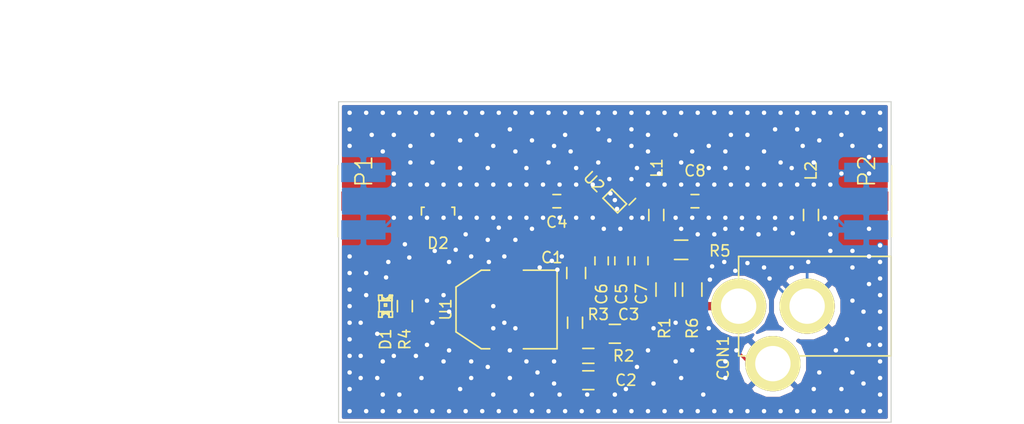
<source format=kicad_pcb>
(kicad_pcb (version 4) (host pcbnew "(2015-05-21 BZR 5674)-product")

  (general
    (links 43)
    (no_connects 0)
    (area 143.949999 90.949999 194.050001 120.050001)
    (thickness 1.6)
    (drawings 19)
    (tracks 805)
    (zones 0)
    (modules 23)
    (nets 11)
  )

  (page A4)
  (layers
    (0 F.Cu signal)
    (31 B.Cu signal)
    (32 B.Adhes user)
    (33 F.Adhes user)
    (34 B.Paste user)
    (35 F.Paste user)
    (36 B.SilkS user)
    (37 F.SilkS user)
    (38 B.Mask user)
    (39 F.Mask user)
    (40 Dwgs.User user)
    (41 Cmts.User user)
    (42 Eco1.User user)
    (43 Eco2.User user)
    (44 Edge.Cuts user)
    (45 Margin user)
    (46 B.CrtYd user)
    (47 F.CrtYd user)
    (48 B.Fab user)
    (49 F.Fab user)
  )

  (setup
    (last_trace_width 0.25)
    (trace_clearance 0.254)
    (zone_clearance 0.254)
    (zone_45_only no)
    (trace_min 0.2)
    (segment_width 0.2)
    (edge_width 0.1)
    (via_size 0.6)
    (via_drill 0.4)
    (via_min_size 0.4)
    (via_min_drill 0.3)
    (uvia_size 0.3)
    (uvia_drill 0.1)
    (uvias_allowed no)
    (uvia_min_size 0.2)
    (uvia_min_drill 0.1)
    (pcb_text_width 0.3)
    (pcb_text_size 1.5 1.5)
    (mod_edge_width 0.15)
    (mod_text_size 1 1)
    (mod_text_width 0.15)
    (pad_size 0.8 0.95)
    (pad_drill 0)
    (pad_to_mask_clearance 0)
    (aux_axis_origin 0 0)
    (visible_elements FFFEFF7F)
    (pcbplotparams
      (layerselection 0x00030_80000001)
      (usegerberextensions false)
      (excludeedgelayer true)
      (linewidth 0.100000)
      (plotframeref false)
      (viasonmask false)
      (mode 1)
      (useauxorigin false)
      (hpglpennumber 1)
      (hpglpenspeed 20)
      (hpglpendiameter 15)
      (hpglpenoverlay 2)
      (psnegative false)
      (psa4output false)
      (plotreference true)
      (plotvalue true)
      (plotinvisibletext false)
      (padsonsilk false)
      (subtractmaskfromsilk false)
      (outputformat 1)
      (mirror false)
      (drillshape 1)
      (scaleselection 1)
      (outputdirectory ""))
  )

  (net 0 "")
  (net 1 /DCIN)
  (net 2 GND)
  (net 3 "Net-(C2-Pad1)")
  (net 4 VCC)
  (net 5 "Net-(D1-Pad2)")
  (net 6 "Net-(L2-Pad1)")
  (net 7 /RFIN)
  (net 8 /ANT)
  (net 9 /RX)
  (net 10 /RFOUT)

  (net_class Default "This is the default net class."
    (clearance 0.254)
    (trace_width 0.25)
    (via_dia 0.6)
    (via_drill 0.4)
    (uvia_dia 0.3)
    (uvia_drill 0.1)
    (add_net /RFOUT)
    (add_net GND)
    (add_net "Net-(C2-Pad1)")
    (add_net "Net-(D1-Pad2)")
  )

  (net_class Power ""
    (clearance 0.254)
    (trace_width 0.75)
    (via_dia 0.6)
    (via_drill 0.4)
    (uvia_dia 0.3)
    (uvia_drill 0.1)
    (add_net /DCIN)
    (add_net "Net-(L2-Pad1)")
    (add_net VCC)
  )

  (net_class RF ""
    (clearance 0.254)
    (trace_width 1.312)
    (via_dia 0.6)
    (via_drill 0.4)
    (uvia_dia 0.3)
    (uvia_drill 0.1)
    (add_net /ANT)
    (add_net /RFIN)
    (add_net /RX)
  )

  (module Capacitors_SMD:C_0805_HandSoldering (layer F.Cu) (tedit 5574870B) (tstamp 55746F88)
    (at 165.5 106.5 90)
    (descr "Capacitor SMD 0805, hand soldering")
    (tags "capacitor 0805")
    (path /5574671B)
    (attr smd)
    (fp_text reference C1 (at 1.4 -2.2 360) (layer F.SilkS)
      (effects (font (size 1 1) (thickness 0.15)))
    )
    (fp_text value 1uF (at 0 2.1 90) (layer F.Fab)
      (effects (font (size 1 1) (thickness 0.15)))
    )
    (fp_line (start -2.3 -1) (end 2.3 -1) (layer F.CrtYd) (width 0.05))
    (fp_line (start -2.3 1) (end 2.3 1) (layer F.CrtYd) (width 0.05))
    (fp_line (start -2.3 -1) (end -2.3 1) (layer F.CrtYd) (width 0.05))
    (fp_line (start 2.3 -1) (end 2.3 1) (layer F.CrtYd) (width 0.05))
    (fp_line (start 0.5 -0.85) (end -0.5 -0.85) (layer F.SilkS) (width 0.15))
    (fp_line (start -0.5 0.85) (end 0.5 0.85) (layer F.SilkS) (width 0.15))
    (pad 1 smd rect (at -1.25 0 90) (size 1.5 1.25) (layers F.Cu F.Paste F.Mask)
      (net 1 /DCIN))
    (pad 2 smd rect (at 1.25 0 90) (size 1.5 1.25) (layers F.Cu F.Paste F.Mask)
      (net 2 GND))
    (model Capacitors_SMD.3dshapes/C_0805_HandSoldering.wrl
      (at (xyz 0 0 0))
      (scale (xyz 1 1 1))
      (rotate (xyz 0 0 0))
    )
  )

  (module Capacitors_SMD:C_0805_HandSoldering (layer F.Cu) (tedit 5574729C) (tstamp 55746F8E)
    (at 166.6 116.2)
    (descr "Capacitor SMD 0805, hand soldering")
    (tags "capacitor 0805")
    (path /55745CA1)
    (attr smd)
    (fp_text reference C2 (at 3.4 0) (layer F.SilkS)
      (effects (font (size 1 1) (thickness 0.15)))
    )
    (fp_text value 1uF (at 0 2.1) (layer F.Fab)
      (effects (font (size 1 1) (thickness 0.15)))
    )
    (fp_line (start -2.3 -1) (end 2.3 -1) (layer F.CrtYd) (width 0.05))
    (fp_line (start -2.3 1) (end 2.3 1) (layer F.CrtYd) (width 0.05))
    (fp_line (start -2.3 -1) (end -2.3 1) (layer F.CrtYd) (width 0.05))
    (fp_line (start 2.3 -1) (end 2.3 1) (layer F.CrtYd) (width 0.05))
    (fp_line (start 0.5 -0.85) (end -0.5 -0.85) (layer F.SilkS) (width 0.15))
    (fp_line (start -0.5 0.85) (end 0.5 0.85) (layer F.SilkS) (width 0.15))
    (pad 1 smd rect (at -1.25 0) (size 1.5 1.25) (layers F.Cu F.Paste F.Mask)
      (net 3 "Net-(C2-Pad1)"))
    (pad 2 smd rect (at 1.25 0) (size 1.5 1.25) (layers F.Cu F.Paste F.Mask)
      (net 2 GND))
    (model Capacitors_SMD.3dshapes/C_0805_HandSoldering.wrl
      (at (xyz 0 0 0))
      (scale (xyz 1 1 1))
      (rotate (xyz 0 0 0))
    )
  )

  (module Capacitors_SMD:C_0805_HandSoldering (layer F.Cu) (tedit 557482B2) (tstamp 55746F94)
    (at 169 112)
    (descr "Capacitor SMD 0805, hand soldering")
    (tags "capacitor 0805")
    (path /55745B2A)
    (attr smd)
    (fp_text reference C3 (at 1.25 -1.75) (layer F.SilkS)
      (effects (font (size 1 1) (thickness 0.15)))
    )
    (fp_text value 1uF (at 0 2.1) (layer F.Fab)
      (effects (font (size 1 1) (thickness 0.15)))
    )
    (fp_line (start -2.3 -1) (end 2.3 -1) (layer F.CrtYd) (width 0.05))
    (fp_line (start -2.3 1) (end 2.3 1) (layer F.CrtYd) (width 0.05))
    (fp_line (start -2.3 -1) (end -2.3 1) (layer F.CrtYd) (width 0.05))
    (fp_line (start 2.3 -1) (end 2.3 1) (layer F.CrtYd) (width 0.05))
    (fp_line (start 0.5 -0.85) (end -0.5 -0.85) (layer F.SilkS) (width 0.15))
    (fp_line (start -0.5 0.85) (end 0.5 0.85) (layer F.SilkS) (width 0.15))
    (pad 1 smd rect (at -1.25 0) (size 1.5 1.25) (layers F.Cu F.Paste F.Mask)
      (net 4 VCC))
    (pad 2 smd rect (at 1.25 0) (size 1.5 1.25) (layers F.Cu F.Paste F.Mask)
      (net 2 GND))
    (model Capacitors_SMD.3dshapes/C_0805_HandSoldering.wrl
      (at (xyz 0 0 0))
      (scale (xyz 1 1 1))
      (rotate (xyz 0 0 0))
    )
  )

  (module Capacitors_SMD:C_0603_HandSoldering (layer F.Cu) (tedit 541A9B4D) (tstamp 55746F9A)
    (at 163.75 100 180)
    (descr "Capacitor SMD 0603, hand soldering")
    (tags "capacitor 0603")
    (path /557455CC)
    (attr smd)
    (fp_text reference C4 (at 0 -1.9 180) (layer F.SilkS)
      (effects (font (size 1 1) (thickness 0.15)))
    )
    (fp_text value 100pF (at 0 1.9 180) (layer F.Fab)
      (effects (font (size 1 1) (thickness 0.15)))
    )
    (fp_line (start -1.85 -0.75) (end 1.85 -0.75) (layer F.CrtYd) (width 0.05))
    (fp_line (start -1.85 0.75) (end 1.85 0.75) (layer F.CrtYd) (width 0.05))
    (fp_line (start -1.85 -0.75) (end -1.85 0.75) (layer F.CrtYd) (width 0.05))
    (fp_line (start 1.85 -0.75) (end 1.85 0.75) (layer F.CrtYd) (width 0.05))
    (fp_line (start -0.35 -0.6) (end 0.35 -0.6) (layer F.SilkS) (width 0.15))
    (fp_line (start 0.35 0.6) (end -0.35 0.6) (layer F.SilkS) (width 0.15))
    (pad 1 smd rect (at -0.95 0 180) (size 1.2 0.75) (layers F.Cu F.Paste F.Mask)
      (net 7 /RFIN))
    (pad 2 smd rect (at 0.95 0 180) (size 1.2 0.75) (layers F.Cu F.Paste F.Mask)
      (net 8 /ANT))
    (model Capacitors_SMD.3dshapes/C_0603_HandSoldering.wrl
      (at (xyz 0 0 0))
      (scale (xyz 1 1 1))
      (rotate (xyz 0 0 0))
    )
  )

  (module Capacitors_SMD:C_0603_HandSoldering (layer F.Cu) (tedit 5574727E) (tstamp 55746FA0)
    (at 169.6 105.4 270)
    (descr "Capacitor SMD 0603, hand soldering")
    (tags "capacitor 0603")
    (path /5574A836)
    (attr smd)
    (fp_text reference C5 (at 3 0 270) (layer F.SilkS)
      (effects (font (size 1 1) (thickness 0.15)))
    )
    (fp_text value 10nF (at 0 1.9 270) (layer F.Fab)
      (effects (font (size 1 1) (thickness 0.15)))
    )
    (fp_line (start -1.85 -0.75) (end 1.85 -0.75) (layer F.CrtYd) (width 0.05))
    (fp_line (start -1.85 0.75) (end 1.85 0.75) (layer F.CrtYd) (width 0.05))
    (fp_line (start -1.85 -0.75) (end -1.85 0.75) (layer F.CrtYd) (width 0.05))
    (fp_line (start 1.85 -0.75) (end 1.85 0.75) (layer F.CrtYd) (width 0.05))
    (fp_line (start -0.35 -0.6) (end 0.35 -0.6) (layer F.SilkS) (width 0.15))
    (fp_line (start 0.35 0.6) (end -0.35 0.6) (layer F.SilkS) (width 0.15))
    (pad 1 smd rect (at -0.95 0 270) (size 1.2 0.75) (layers F.Cu F.Paste F.Mask)
      (net 4 VCC))
    (pad 2 smd rect (at 0.95 0 270) (size 1.2 0.75) (layers F.Cu F.Paste F.Mask)
      (net 2 GND))
    (model Capacitors_SMD.3dshapes/C_0603_HandSoldering.wrl
      (at (xyz 0 0 0))
      (scale (xyz 1 1 1))
      (rotate (xyz 0 0 0))
    )
  )

  (module Capacitors_SMD:C_0603_HandSoldering (layer F.Cu) (tedit 55747279) (tstamp 55746FA6)
    (at 167.8 105.4 270)
    (descr "Capacitor SMD 0603, hand soldering")
    (tags "capacitor 0603")
    (path /5574A7F2)
    (attr smd)
    (fp_text reference C6 (at 3 0 270) (layer F.SilkS)
      (effects (font (size 1 1) (thickness 0.15)))
    )
    (fp_text value 1nF (at 0 1.9 270) (layer F.Fab)
      (effects (font (size 1 1) (thickness 0.15)))
    )
    (fp_line (start -1.85 -0.75) (end 1.85 -0.75) (layer F.CrtYd) (width 0.05))
    (fp_line (start -1.85 0.75) (end 1.85 0.75) (layer F.CrtYd) (width 0.05))
    (fp_line (start -1.85 -0.75) (end -1.85 0.75) (layer F.CrtYd) (width 0.05))
    (fp_line (start 1.85 -0.75) (end 1.85 0.75) (layer F.CrtYd) (width 0.05))
    (fp_line (start -0.35 -0.6) (end 0.35 -0.6) (layer F.SilkS) (width 0.15))
    (fp_line (start 0.35 0.6) (end -0.35 0.6) (layer F.SilkS) (width 0.15))
    (pad 1 smd rect (at -0.95 0 270) (size 1.2 0.75) (layers F.Cu F.Paste F.Mask)
      (net 4 VCC))
    (pad 2 smd rect (at 0.95 0 270) (size 1.2 0.75) (layers F.Cu F.Paste F.Mask)
      (net 2 GND))
    (model Capacitors_SMD.3dshapes/C_0603_HandSoldering.wrl
      (at (xyz 0 0 0))
      (scale (xyz 1 1 1))
      (rotate (xyz 0 0 0))
    )
  )

  (module Capacitors_SMD:C_0603_HandSoldering (layer F.Cu) (tedit 55747281) (tstamp 55746FAC)
    (at 171.4 105.4 270)
    (descr "Capacitor SMD 0603, hand soldering")
    (tags "capacitor 0603")
    (path /5574A799)
    (attr smd)
    (fp_text reference C7 (at 3 0 270) (layer F.SilkS)
      (effects (font (size 1 1) (thickness 0.15)))
    )
    (fp_text value 100pF (at 0 1.9 270) (layer F.Fab)
      (effects (font (size 1 1) (thickness 0.15)))
    )
    (fp_line (start -1.85 -0.75) (end 1.85 -0.75) (layer F.CrtYd) (width 0.05))
    (fp_line (start -1.85 0.75) (end 1.85 0.75) (layer F.CrtYd) (width 0.05))
    (fp_line (start -1.85 -0.75) (end -1.85 0.75) (layer F.CrtYd) (width 0.05))
    (fp_line (start 1.85 -0.75) (end 1.85 0.75) (layer F.CrtYd) (width 0.05))
    (fp_line (start -0.35 -0.6) (end 0.35 -0.6) (layer F.SilkS) (width 0.15))
    (fp_line (start 0.35 0.6) (end -0.35 0.6) (layer F.SilkS) (width 0.15))
    (pad 1 smd rect (at -0.95 0 270) (size 1.2 0.75) (layers F.Cu F.Paste F.Mask)
      (net 4 VCC))
    (pad 2 smd rect (at 0.95 0 270) (size 1.2 0.75) (layers F.Cu F.Paste F.Mask)
      (net 2 GND))
    (model Capacitors_SMD.3dshapes/C_0603_HandSoldering.wrl
      (at (xyz 0 0 0))
      (scale (xyz 1 1 1))
      (rotate (xyz 0 0 0))
    )
  )

  (module Capacitors_SMD:C_0603_HandSoldering (layer F.Cu) (tedit 557470C2) (tstamp 55746FB2)
    (at 176.25 100 180)
    (descr "Capacitor SMD 0603, hand soldering")
    (tags "capacitor 0603")
    (path /55745621)
    (attr smd)
    (fp_text reference C8 (at 0 2.75 180) (layer F.SilkS)
      (effects (font (size 1 1) (thickness 0.15)))
    )
    (fp_text value 100pF (at 0 1.9 180) (layer F.Fab)
      (effects (font (size 1 1) (thickness 0.15)))
    )
    (fp_line (start -1.85 -0.75) (end 1.85 -0.75) (layer F.CrtYd) (width 0.05))
    (fp_line (start -1.85 0.75) (end 1.85 0.75) (layer F.CrtYd) (width 0.05))
    (fp_line (start -1.85 -0.75) (end -1.85 0.75) (layer F.CrtYd) (width 0.05))
    (fp_line (start 1.85 -0.75) (end 1.85 0.75) (layer F.CrtYd) (width 0.05))
    (fp_line (start -0.35 -0.6) (end 0.35 -0.6) (layer F.SilkS) (width 0.15))
    (fp_line (start 0.35 0.6) (end -0.35 0.6) (layer F.SilkS) (width 0.15))
    (pad 1 smd rect (at -0.95 0 180) (size 1.2 0.75) (layers F.Cu F.Paste F.Mask)
      (net 9 /RX))
    (pad 2 smd rect (at 0.95 0 180) (size 1.2 0.75) (layers F.Cu F.Paste F.Mask)
      (net 10 /RFOUT))
    (model Capacitors_SMD.3dshapes/C_0603_HandSoldering.wrl
      (at (xyz 0 0 0))
      (scale (xyz 1 1 1))
      (rotate (xyz 0 0 0))
    )
  )

  (module devthrash:JACK_DC (layer F.Cu) (tedit 55733121) (tstamp 55746FBD)
    (at 183.3 109.5 180)
    (path /55746776)
    (fp_text reference CON1 (at 4.5 -4.7 450) (layer F.SilkS)
      (effects (font (size 1 1) (thickness 0.15)))
    )
    (fp_text value BARREL_JACK (at -7.4 3.7 180) (layer F.Fab) hide
      (effects (font (size 1 1) (thickness 0.15)))
    )
    (fp_line (start 3.1 -4.5) (end -10.7 -4.5) (layer F.SilkS) (width 0.15))
    (fp_line (start -10.7 -4.5) (end -10.7 4.5) (layer F.SilkS) (width 0.15))
    (fp_line (start -10.7 4.5) (end 3.1 4.5) (layer F.SilkS) (width 0.15))
    (fp_line (start 3.1 -4.5) (end 3.1 4.5) (layer F.SilkS) (width 0.15))
    (pad 1 thru_hole circle (at 3.1 0 180) (size 5 5) (drill 3.2) (layers *.Cu *.Mask F.SilkS)
      (net 1 /DCIN))
    (pad 2 thru_hole circle (at -3.1 0 180) (size 5 5) (drill 3.2) (layers *.Cu *.Mask F.SilkS)
      (net 2 GND))
    (pad 3 thru_hole circle (at 0 -5.2 180) (size 5 5) (drill 3.2) (layers *.Cu *.Mask F.SilkS)
      (net 2 GND))
  )

  (module LEDs:LED-0805 (layer F.Cu) (tedit 55747089) (tstamp 55746FC3)
    (at 148.25 109.5 270)
    (descr "LED 0805 smd package")
    (tags "LED 0805 SMD")
    (path /55745E6B)
    (attr smd)
    (fp_text reference D1 (at 3 0 270) (layer F.SilkS)
      (effects (font (size 1 1) (thickness 0.15)))
    )
    (fp_text value POWER (at 0 1.27 270) (layer F.Fab)
      (effects (font (size 1 1) (thickness 0.15)))
    )
    (fp_line (start -0.49784 0.29972) (end -0.49784 0.62484) (layer F.SilkS) (width 0.15))
    (fp_line (start -0.49784 0.62484) (end -0.99822 0.62484) (layer F.SilkS) (width 0.15))
    (fp_line (start -0.99822 0.29972) (end -0.99822 0.62484) (layer F.SilkS) (width 0.15))
    (fp_line (start -0.49784 0.29972) (end -0.99822 0.29972) (layer F.SilkS) (width 0.15))
    (fp_line (start -0.49784 -0.32258) (end -0.49784 -0.17272) (layer F.SilkS) (width 0.15))
    (fp_line (start -0.49784 -0.17272) (end -0.7493 -0.17272) (layer F.SilkS) (width 0.15))
    (fp_line (start -0.7493 -0.32258) (end -0.7493 -0.17272) (layer F.SilkS) (width 0.15))
    (fp_line (start -0.49784 -0.32258) (end -0.7493 -0.32258) (layer F.SilkS) (width 0.15))
    (fp_line (start -0.49784 0.17272) (end -0.49784 0.32258) (layer F.SilkS) (width 0.15))
    (fp_line (start -0.49784 0.32258) (end -0.7493 0.32258) (layer F.SilkS) (width 0.15))
    (fp_line (start -0.7493 0.17272) (end -0.7493 0.32258) (layer F.SilkS) (width 0.15))
    (fp_line (start -0.49784 0.17272) (end -0.7493 0.17272) (layer F.SilkS) (width 0.15))
    (fp_line (start -0.49784 -0.19812) (end -0.49784 0.19812) (layer F.SilkS) (width 0.15))
    (fp_line (start -0.49784 0.19812) (end -0.6731 0.19812) (layer F.SilkS) (width 0.15))
    (fp_line (start -0.6731 -0.19812) (end -0.6731 0.19812) (layer F.SilkS) (width 0.15))
    (fp_line (start -0.49784 -0.19812) (end -0.6731 -0.19812) (layer F.SilkS) (width 0.15))
    (fp_line (start 0.99822 0.29972) (end 0.99822 0.62484) (layer F.SilkS) (width 0.15))
    (fp_line (start 0.99822 0.62484) (end 0.49784 0.62484) (layer F.SilkS) (width 0.15))
    (fp_line (start 0.49784 0.29972) (end 0.49784 0.62484) (layer F.SilkS) (width 0.15))
    (fp_line (start 0.99822 0.29972) (end 0.49784 0.29972) (layer F.SilkS) (width 0.15))
    (fp_line (start 0.99822 -0.62484) (end 0.99822 -0.29972) (layer F.SilkS) (width 0.15))
    (fp_line (start 0.99822 -0.29972) (end 0.49784 -0.29972) (layer F.SilkS) (width 0.15))
    (fp_line (start 0.49784 -0.62484) (end 0.49784 -0.29972) (layer F.SilkS) (width 0.15))
    (fp_line (start 0.99822 -0.62484) (end 0.49784 -0.62484) (layer F.SilkS) (width 0.15))
    (fp_line (start 0.7493 0.17272) (end 0.7493 0.32258) (layer F.SilkS) (width 0.15))
    (fp_line (start 0.7493 0.32258) (end 0.49784 0.32258) (layer F.SilkS) (width 0.15))
    (fp_line (start 0.49784 0.17272) (end 0.49784 0.32258) (layer F.SilkS) (width 0.15))
    (fp_line (start 0.7493 0.17272) (end 0.49784 0.17272) (layer F.SilkS) (width 0.15))
    (fp_line (start 0.7493 -0.32258) (end 0.7493 -0.17272) (layer F.SilkS) (width 0.15))
    (fp_line (start 0.7493 -0.17272) (end 0.49784 -0.17272) (layer F.SilkS) (width 0.15))
    (fp_line (start 0.49784 -0.32258) (end 0.49784 -0.17272) (layer F.SilkS) (width 0.15))
    (fp_line (start 0.7493 -0.32258) (end 0.49784 -0.32258) (layer F.SilkS) (width 0.15))
    (fp_line (start 0.6731 -0.19812) (end 0.6731 0.19812) (layer F.SilkS) (width 0.15))
    (fp_line (start 0.6731 0.19812) (end 0.49784 0.19812) (layer F.SilkS) (width 0.15))
    (fp_line (start 0.49784 -0.19812) (end 0.49784 0.19812) (layer F.SilkS) (width 0.15))
    (fp_line (start 0.6731 -0.19812) (end 0.49784 -0.19812) (layer F.SilkS) (width 0.15))
    (fp_line (start 0 -0.09906) (end 0 0.09906) (layer F.SilkS) (width 0.15))
    (fp_line (start 0 0.09906) (end -0.19812 0.09906) (layer F.SilkS) (width 0.15))
    (fp_line (start -0.19812 -0.09906) (end -0.19812 0.09906) (layer F.SilkS) (width 0.15))
    (fp_line (start 0 -0.09906) (end -0.19812 -0.09906) (layer F.SilkS) (width 0.15))
    (fp_line (start -0.49784 -0.59944) (end -0.49784 -0.29972) (layer F.SilkS) (width 0.15))
    (fp_line (start -0.49784 -0.29972) (end -0.79756 -0.29972) (layer F.SilkS) (width 0.15))
    (fp_line (start -0.79756 -0.59944) (end -0.79756 -0.29972) (layer F.SilkS) (width 0.15))
    (fp_line (start -0.49784 -0.59944) (end -0.79756 -0.59944) (layer F.SilkS) (width 0.15))
    (fp_line (start -0.92456 -0.62484) (end -0.92456 -0.39878) (layer F.SilkS) (width 0.15))
    (fp_line (start -0.92456 -0.39878) (end -0.99822 -0.39878) (layer F.SilkS) (width 0.15))
    (fp_line (start -0.99822 -0.62484) (end -0.99822 -0.39878) (layer F.SilkS) (width 0.15))
    (fp_line (start -0.92456 -0.62484) (end -0.99822 -0.62484) (layer F.SilkS) (width 0.15))
    (fp_line (start -0.52324 0.57404) (end 0.52324 0.57404) (layer F.SilkS) (width 0.15))
    (fp_line (start 0.49784 -0.57404) (end -0.92456 -0.57404) (layer F.SilkS) (width 0.15))
    (fp_circle (center -0.84836 -0.44958) (end -0.89916 -0.50038) (layer F.SilkS) (width 0.15))
    (fp_arc (start -0.99822 0) (end -0.99822 0.34798) (angle -180) (layer F.SilkS) (width 0.15))
    (fp_arc (start 0.99822 0) (end 0.99822 -0.34798) (angle -180) (layer F.SilkS) (width 0.15))
    (pad 2 smd rect (at 1.04902 0 90) (size 1.19888 1.19888) (layers F.Cu F.Paste F.Mask)
      (net 5 "Net-(D1-Pad2)"))
    (pad 1 smd rect (at -1.04902 0 90) (size 1.19888 1.19888) (layers F.Cu F.Paste F.Mask)
      (net 2 GND))
  )

  (module Housings_SOT-23_SOT-143_TSOT-6:SOT-23 (layer F.Cu) (tedit 557473AC) (tstamp 55746FCA)
    (at 153 101.2)
    (descr "SOT-23, Standard")
    (tags SOT-23)
    (path /55748B1B)
    (attr smd)
    (fp_text reference D2 (at 0 2.6) (layer F.SilkS)
      (effects (font (size 1 1) (thickness 0.15)))
    )
    (fp_text value BAV99 (at 0 2.3) (layer F.Fab)
      (effects (font (size 1 1) (thickness 0.15)))
    )
    (fp_line (start -1.65 -1.6) (end 1.65 -1.6) (layer F.CrtYd) (width 0.05))
    (fp_line (start 1.65 -1.6) (end 1.65 1.6) (layer F.CrtYd) (width 0.05))
    (fp_line (start 1.65 1.6) (end -1.65 1.6) (layer F.CrtYd) (width 0.05))
    (fp_line (start -1.65 1.6) (end -1.65 -1.6) (layer F.CrtYd) (width 0.05))
    (fp_line (start 1.29916 -0.65024) (end 1.2509 -0.65024) (layer F.SilkS) (width 0.15))
    (fp_line (start -1.49982 0.0508) (end -1.49982 -0.65024) (layer F.SilkS) (width 0.15))
    (fp_line (start -1.49982 -0.65024) (end -1.2509 -0.65024) (layer F.SilkS) (width 0.15))
    (fp_line (start 1.29916 -0.65024) (end 1.49982 -0.65024) (layer F.SilkS) (width 0.15))
    (fp_line (start 1.49982 -0.65024) (end 1.49982 0.0508) (layer F.SilkS) (width 0.15))
    (pad 1 smd rect (at -0.95 1.00076) (size 0.8001 0.8001) (layers F.Cu F.Paste F.Mask)
      (net 2 GND))
    (pad 2 smd rect (at 0.95 1.00076) (size 0.8001 0.8001) (layers F.Cu F.Paste F.Mask)
      (net 2 GND))
    (pad 3 smd rect (at 0 -0.99822) (size 0.8001 0.8001) (layers F.Cu F.Paste F.Mask)
      (net 8 /ANT))
    (model Housings_SOT-23_SOT-143_TSOT-6.3dshapes/SOT-23.wrl
      (at (xyz 0 0 0))
      (scale (xyz 1 1 1))
      (rotate (xyz 0 0 0))
    )
  )

  (module Resistors_SMD:R_0603_HandSoldering (layer F.Cu) (tedit 55747261) (tstamp 55746FD0)
    (at 172.75 101.25 90)
    (descr "Resistor SMD 0603, hand soldering")
    (tags "resistor 0603")
    (path /5574569B)
    (attr smd)
    (fp_text reference L1 (at 4.25 0.05 90) (layer F.SilkS)
      (effects (font (size 1 1) (thickness 0.15)))
    )
    (fp_text value 3.3uH (at 0 1.9 90) (layer F.Fab)
      (effects (font (size 1 1) (thickness 0.15)))
    )
    (fp_line (start -2 -0.8) (end 2 -0.8) (layer F.CrtYd) (width 0.05))
    (fp_line (start -2 0.8) (end 2 0.8) (layer F.CrtYd) (width 0.05))
    (fp_line (start -2 -0.8) (end -2 0.8) (layer F.CrtYd) (width 0.05))
    (fp_line (start 2 -0.8) (end 2 0.8) (layer F.CrtYd) (width 0.05))
    (fp_line (start 0.5 0.675) (end -0.5 0.675) (layer F.SilkS) (width 0.15))
    (fp_line (start -0.5 -0.675) (end 0.5 -0.675) (layer F.SilkS) (width 0.15))
    (pad 1 smd rect (at -1.1 0 90) (size 1.2 0.9) (layers F.Cu F.Paste F.Mask)
      (net 4 VCC))
    (pad 2 smd rect (at 1.1 0 90) (size 1.2 0.9) (layers F.Cu F.Paste F.Mask)
      (net 10 /RFOUT))
    (model Resistors_SMD.3dshapes/R_0603_HandSoldering.wrl
      (at (xyz 0 0 0))
      (scale (xyz 1 1 1))
      (rotate (xyz 0 0 0))
    )
  )

  (module Resistors_SMD:R_0603_HandSoldering (layer F.Cu) (tedit 557471E1) (tstamp 55746FD6)
    (at 186.75 101.25 90)
    (descr "Resistor SMD 0603, hand soldering")
    (tags "resistor 0603")
    (path /557456E6)
    (attr smd)
    (fp_text reference L2 (at 4 0 90) (layer F.SilkS)
      (effects (font (size 1 1) (thickness 0.15)))
    )
    (fp_text value 10uH (at 0 1.9 90) (layer F.Fab)
      (effects (font (size 1 1) (thickness 0.15)))
    )
    (fp_line (start -2 -0.8) (end 2 -0.8) (layer F.CrtYd) (width 0.05))
    (fp_line (start -2 0.8) (end 2 0.8) (layer F.CrtYd) (width 0.05))
    (fp_line (start -2 -0.8) (end -2 0.8) (layer F.CrtYd) (width 0.05))
    (fp_line (start 2 -0.8) (end 2 0.8) (layer F.CrtYd) (width 0.05))
    (fp_line (start 0.5 0.675) (end -0.5 0.675) (layer F.SilkS) (width 0.15))
    (fp_line (start -0.5 -0.675) (end 0.5 -0.675) (layer F.SilkS) (width 0.15))
    (pad 1 smd rect (at -1.1 0 90) (size 1.2 0.9) (layers F.Cu F.Paste F.Mask)
      (net 6 "Net-(L2-Pad1)"))
    (pad 2 smd rect (at 1.1 0 90) (size 1.2 0.9) (layers F.Cu F.Paste F.Mask)
      (net 9 /RX))
    (model Resistors_SMD.3dshapes/R_0603_HandSoldering.wrl
      (at (xyz 0 0 0))
      (scale (xyz 1 1 1))
      (rotate (xyz 0 0 0))
    )
  )

  (module devthrash:SMA-BU-P_EdgeMount (layer F.Cu) (tedit 5574875B) (tstamp 55746FDF)
    (at 146.25 100 90)
    (path /557457D1)
    (fp_text reference P1 (at 2.7 0.05 90) (layer F.SilkS)
      (effects (font (size 1.5 1.5) (thickness 0.15)))
    )
    (fp_text value ANT (at 0 -3.3 90) (layer F.Fab) hide
      (effects (font (size 1.5 1.5) (thickness 0.15)))
    )
    (fp_line (start 0 -2.275) (end -3.225 -2.275) (layer F.SilkS) (width 0.15))
    (fp_line (start 0 -2.275) (end 3.225 -2.275) (layer F.SilkS) (width 0.15))
    (pad 2 smd rect (at -2.6 0 90) (size 1.75 4) (layers B.Cu B.Paste B.Mask)
      (net 2 GND))
    (pad 2 smd rect (at 2.6 0 90) (size 1.75 4) (layers B.Cu B.Paste B.Mask)
      (net 2 GND))
    (pad 1 smd rect (at 0 0 90) (size 1.75 4) (layers F.Cu F.Paste F.Mask)
      (net 8 /ANT))
  )

  (module devthrash:SMA-BU-P_EdgeMount (layer F.Cu) (tedit 55748753) (tstamp 55746FE8)
    (at 191.75 100 270)
    (path /557457A4)
    (fp_text reference P2 (at -2.7 -0.05 270) (layer F.SilkS)
      (effects (font (size 1.5 1.5) (thickness 0.15)))
    )
    (fp_text value RX (at 0 -3.3 270) (layer F.Fab) hide
      (effects (font (size 1.5 1.5) (thickness 0.15)))
    )
    (fp_line (start 0 -2.275) (end -3.225 -2.275) (layer F.SilkS) (width 0.15))
    (fp_line (start 0 -2.275) (end 3.225 -2.275) (layer F.SilkS) (width 0.15))
    (pad 2 smd rect (at -2.6 0 270) (size 1.75 4) (layers B.Cu B.Paste B.Mask)
      (net 2 GND))
    (pad 2 smd rect (at 2.6 0 270) (size 1.75 4) (layers B.Cu B.Paste B.Mask)
      (net 2 GND))
    (pad 1 smd rect (at 0 0 270) (size 1.75 4) (layers F.Cu F.Paste F.Mask)
      (net 9 /RX))
  )

  (module Resistors_SMD:R_0805_HandSoldering (layer F.Cu) (tedit 557482BE) (tstamp 55746FEE)
    (at 173.6 108 270)
    (descr "Resistor SMD 0805, hand soldering")
    (tags "resistor 0805")
    (path /55746C97)
    (attr smd)
    (fp_text reference R1 (at 3.5 0.1 270) (layer F.SilkS)
      (effects (font (size 1 1) (thickness 0.15)))
    )
    (fp_text value 0 (at 0 2.1 270) (layer F.Fab)
      (effects (font (size 1 1) (thickness 0.15)))
    )
    (fp_line (start -2.4 -1) (end 2.4 -1) (layer F.CrtYd) (width 0.05))
    (fp_line (start -2.4 1) (end 2.4 1) (layer F.CrtYd) (width 0.05))
    (fp_line (start -2.4 -1) (end -2.4 1) (layer F.CrtYd) (width 0.05))
    (fp_line (start 2.4 -1) (end 2.4 1) (layer F.CrtYd) (width 0.05))
    (fp_line (start 0.6 0.875) (end -0.6 0.875) (layer F.SilkS) (width 0.15))
    (fp_line (start -0.6 -0.875) (end 0.6 -0.875) (layer F.SilkS) (width 0.15))
    (pad 1 smd rect (at -1.35 0 270) (size 1.5 1.3) (layers F.Cu F.Paste F.Mask)
      (net 4 VCC))
    (pad 2 smd rect (at 1.35 0 270) (size 1.5 1.3) (layers F.Cu F.Paste F.Mask)
      (net 1 /DCIN))
    (model Resistors_SMD.3dshapes/R_0805_HandSoldering.wrl
      (at (xyz 0 0 0))
      (scale (xyz 1 1 1))
      (rotate (xyz 0 0 0))
    )
  )

  (module Resistors_SMD:R_0603_HandSoldering (layer F.Cu) (tedit 55747299) (tstamp 55746FF4)
    (at 166.6 114)
    (descr "Resistor SMD 0603, hand soldering")
    (tags "resistor 0603")
    (path /55745BAB)
    (attr smd)
    (fp_text reference R2 (at 3.2 0) (layer F.SilkS)
      (effects (font (size 1 1) (thickness 0.15)))
    )
    (fp_text value 330 (at 0 1.9) (layer F.Fab)
      (effects (font (size 1 1) (thickness 0.15)))
    )
    (fp_line (start -2 -0.8) (end 2 -0.8) (layer F.CrtYd) (width 0.05))
    (fp_line (start -2 0.8) (end 2 0.8) (layer F.CrtYd) (width 0.05))
    (fp_line (start -2 -0.8) (end -2 0.8) (layer F.CrtYd) (width 0.05))
    (fp_line (start 2 -0.8) (end 2 0.8) (layer F.CrtYd) (width 0.05))
    (fp_line (start 0.5 0.675) (end -0.5 0.675) (layer F.SilkS) (width 0.15))
    (fp_line (start -0.5 -0.675) (end 0.5 -0.675) (layer F.SilkS) (width 0.15))
    (pad 1 smd rect (at -1.1 0) (size 1.2 0.9) (layers F.Cu F.Paste F.Mask)
      (net 3 "Net-(C2-Pad1)"))
    (pad 2 smd rect (at 1.1 0) (size 1.2 0.9) (layers F.Cu F.Paste F.Mask)
      (net 2 GND))
    (model Resistors_SMD.3dshapes/R_0603_HandSoldering.wrl
      (at (xyz 0 0 0))
      (scale (xyz 1 1 1))
      (rotate (xyz 0 0 0))
    )
  )

  (module Resistors_SMD:R_0603_HandSoldering (layer F.Cu) (tedit 55748298) (tstamp 55746FFA)
    (at 165.4 111 270)
    (descr "Resistor SMD 0603, hand soldering")
    (tags "resistor 0603")
    (path /55745B74)
    (attr smd)
    (fp_text reference R3 (at -0.75 -2.1 540) (layer F.SilkS)
      (effects (font (size 1 1) (thickness 0.15)))
    )
    (fp_text value 220 (at 0 1.9 270) (layer F.Fab)
      (effects (font (size 1 1) (thickness 0.15)))
    )
    (fp_line (start -2 -0.8) (end 2 -0.8) (layer F.CrtYd) (width 0.05))
    (fp_line (start -2 0.8) (end 2 0.8) (layer F.CrtYd) (width 0.05))
    (fp_line (start -2 -0.8) (end -2 0.8) (layer F.CrtYd) (width 0.05))
    (fp_line (start 2 -0.8) (end 2 0.8) (layer F.CrtYd) (width 0.05))
    (fp_line (start 0.5 0.675) (end -0.5 0.675) (layer F.SilkS) (width 0.15))
    (fp_line (start -0.5 -0.675) (end 0.5 -0.675) (layer F.SilkS) (width 0.15))
    (pad 1 smd rect (at -1.1 0 270) (size 1.2 0.9) (layers F.Cu F.Paste F.Mask)
      (net 4 VCC))
    (pad 2 smd rect (at 1.1 0 270) (size 1.2 0.9) (layers F.Cu F.Paste F.Mask)
      (net 3 "Net-(C2-Pad1)"))
    (model Resistors_SMD.3dshapes/R_0603_HandSoldering.wrl
      (at (xyz 0 0 0))
      (scale (xyz 1 1 1))
      (rotate (xyz 0 0 0))
    )
  )

  (module Resistors_SMD:R_0603_HandSoldering (layer F.Cu) (tedit 55747088) (tstamp 55747000)
    (at 150 109.5 270)
    (descr "Resistor SMD 0603, hand soldering")
    (tags "resistor 0603")
    (path /55745E32)
    (attr smd)
    (fp_text reference R4 (at 3 0 270) (layer F.SilkS)
      (effects (font (size 1 1) (thickness 0.15)))
    )
    (fp_text value 1k (at 0 1.9 270) (layer F.Fab)
      (effects (font (size 1 1) (thickness 0.15)))
    )
    (fp_line (start -2 -0.8) (end 2 -0.8) (layer F.CrtYd) (width 0.05))
    (fp_line (start -2 0.8) (end 2 0.8) (layer F.CrtYd) (width 0.05))
    (fp_line (start -2 -0.8) (end -2 0.8) (layer F.CrtYd) (width 0.05))
    (fp_line (start 2 -0.8) (end 2 0.8) (layer F.CrtYd) (width 0.05))
    (fp_line (start 0.5 0.675) (end -0.5 0.675) (layer F.SilkS) (width 0.15))
    (fp_line (start -0.5 -0.675) (end 0.5 -0.675) (layer F.SilkS) (width 0.15))
    (pad 1 smd rect (at -1.1 0 270) (size 1.2 0.9) (layers F.Cu F.Paste F.Mask)
      (net 4 VCC))
    (pad 2 smd rect (at 1.1 0 270) (size 1.2 0.9) (layers F.Cu F.Paste F.Mask)
      (net 5 "Net-(D1-Pad2)"))
    (model Resistors_SMD.3dshapes/R_0603_HandSoldering.wrl
      (at (xyz 0 0 0))
      (scale (xyz 1 1 1))
      (rotate (xyz 0 0 0))
    )
  )

  (module Resistors_SMD:R_0805_HandSoldering (layer F.Cu) (tedit 557482B9) (tstamp 55747006)
    (at 175 104.4 180)
    (descr "Resistor SMD 0805, hand soldering")
    (tags "resistor 0805")
    (path /55747B5D)
    (attr smd)
    (fp_text reference R5 (at -3.5 -0.1 180) (layer F.SilkS)
      (effects (font (size 1 1) (thickness 0.15)))
    )
    (fp_text value 0 (at 0 2.1 180) (layer F.Fab)
      (effects (font (size 1 1) (thickness 0.15)))
    )
    (fp_line (start -2.4 -1) (end 2.4 -1) (layer F.CrtYd) (width 0.05))
    (fp_line (start -2.4 1) (end 2.4 1) (layer F.CrtYd) (width 0.05))
    (fp_line (start -2.4 -1) (end -2.4 1) (layer F.CrtYd) (width 0.05))
    (fp_line (start 2.4 -1) (end 2.4 1) (layer F.CrtYd) (width 0.05))
    (fp_line (start 0.6 0.875) (end -0.6 0.875) (layer F.SilkS) (width 0.15))
    (fp_line (start -0.6 -0.875) (end 0.6 -0.875) (layer F.SilkS) (width 0.15))
    (pad 1 smd rect (at -1.35 0 180) (size 1.5 1.3) (layers F.Cu F.Paste F.Mask)
      (net 6 "Net-(L2-Pad1)"))
    (pad 2 smd rect (at 1.35 0 180) (size 1.5 1.3) (layers F.Cu F.Paste F.Mask)
      (net 4 VCC))
    (model Resistors_SMD.3dshapes/R_0805_HandSoldering.wrl
      (at (xyz 0 0 0))
      (scale (xyz 1 1 1))
      (rotate (xyz 0 0 0))
    )
  )

  (module Resistors_SMD:R_0805_HandSoldering (layer F.Cu) (tedit 557482BC) (tstamp 5574700C)
    (at 176 108 90)
    (descr "Resistor SMD 0805, hand soldering")
    (tags "resistor 0805")
    (path /55747E1F)
    (attr smd)
    (fp_text reference R6 (at -3.5 0 90) (layer F.SilkS)
      (effects (font (size 1 1) (thickness 0.15)))
    )
    (fp_text value 0 (at 0 2.1 90) (layer F.Fab)
      (effects (font (size 1 1) (thickness 0.15)))
    )
    (fp_line (start -2.4 -1) (end 2.4 -1) (layer F.CrtYd) (width 0.05))
    (fp_line (start -2.4 1) (end 2.4 1) (layer F.CrtYd) (width 0.05))
    (fp_line (start -2.4 -1) (end -2.4 1) (layer F.CrtYd) (width 0.05))
    (fp_line (start 2.4 -1) (end 2.4 1) (layer F.CrtYd) (width 0.05))
    (fp_line (start 0.6 0.875) (end -0.6 0.875) (layer F.SilkS) (width 0.15))
    (fp_line (start -0.6 -0.875) (end 0.6 -0.875) (layer F.SilkS) (width 0.15))
    (pad 1 smd rect (at -1.35 0 90) (size 1.5 1.3) (layers F.Cu F.Paste F.Mask)
      (net 1 /DCIN))
    (pad 2 smd rect (at 1.35 0 90) (size 1.5 1.3) (layers F.Cu F.Paste F.Mask)
      (net 6 "Net-(L2-Pad1)"))
    (model Resistors_SMD.3dshapes/R_0805_HandSoldering.wrl
      (at (xyz 0 0 0))
      (scale (xyz 1 1 1))
      (rotate (xyz 0 0 0))
    )
  )

  (module SMD_Packages:SOT-223 (layer F.Cu) (tedit 55746F61) (tstamp 55747014)
    (at 159.2 109.8 90)
    (descr "module CMS SOT223 4 pins")
    (tags "CMS SOT")
    (path /55745A99)
    (attr smd)
    (fp_text reference U1 (at 0 -5.5 90) (layer F.SilkS)
      (effects (font (size 1 1) (thickness 0.15)))
    )
    (fp_text value LM317AEMP (at 0 0.762 90) (layer F.Fab)
      (effects (font (size 1 1) (thickness 0.15)))
    )
    (fp_line (start -3.556 1.524) (end -3.556 4.572) (layer F.SilkS) (width 0.15))
    (fp_line (start -3.556 4.572) (end 3.556 4.572) (layer F.SilkS) (width 0.15))
    (fp_line (start 3.556 4.572) (end 3.556 1.524) (layer F.SilkS) (width 0.15))
    (fp_line (start -3.556 -1.524) (end -3.556 -2.286) (layer F.SilkS) (width 0.15))
    (fp_line (start -3.556 -2.286) (end -2.032 -4.572) (layer F.SilkS) (width 0.15))
    (fp_line (start -2.032 -4.572) (end 2.032 -4.572) (layer F.SilkS) (width 0.15))
    (fp_line (start 2.032 -4.572) (end 3.556 -2.286) (layer F.SilkS) (width 0.15))
    (fp_line (start 3.556 -2.286) (end 3.556 -1.524) (layer F.SilkS) (width 0.15))
    (pad 4 smd rect (at 0 -3.302 90) (size 3.6576 2.032) (layers F.Cu F.Paste F.Mask))
    (pad 2 smd rect (at 0 3.302 90) (size 1.016 2.032) (layers F.Cu F.Paste F.Mask)
      (net 4 VCC))
    (pad 3 smd rect (at 2.286 3.302 90) (size 1.016 2.032) (layers F.Cu F.Paste F.Mask)
      (net 1 /DCIN))
    (pad 1 smd rect (at -2.286 3.302 90) (size 1.016 2.032) (layers F.Cu F.Paste F.Mask)
      (net 3 "Net-(C2-Pad1)"))
    (model SMD_Packages.3dshapes/SOT-223.wrl
      (at (xyz 0 0 0))
      (scale (xyz 0.4 0.4 0.4))
      (rotate (xyz 0 0 0))
    )
  )

  (module devthrash:SOT-343 (layer F.Cu) (tedit 55747379) (tstamp 55747021)
    (at 169 100 135)
    (path /55745530)
    (fp_text reference U2 (at 2.572253 -0.09228 315) (layer F.SilkS)
      (effects (font (size 1 1) (thickness 0.15)))
    )
    (fp_text value PSA4-5043+ (at -0.025 -2.825 135) (layer F.Fab) hide
      (effects (font (size 1 1) (thickness 0.15)))
    )
    (fp_line (start -1.15 0.675) (end -1.15 1.5) (layer F.SilkS) (width 0.15))
    (fp_line (start -0.925 -0.575) (end 0.95 -0.575) (layer F.SilkS) (width 0.15))
    (fp_line (start 0.95 -0.575) (end 0.95 0.575) (layer F.SilkS) (width 0.15))
    (fp_line (start 0.95 0.575) (end -0.925 0.575) (layer F.SilkS) (width 0.15))
    (fp_line (start -0.925 0.575) (end -0.925 -0.575) (layer F.SilkS) (width 0.15))
    (pad 1 smd rect (at -0.65 1.1 135) (size 0.5 0.95) (layers F.Cu F.Paste F.Mask)
      (net 10 /RFOUT))
    (pad 2 smd rect (at 0.5 1.1 135) (size 0.8 0.95) (layers F.Cu F.Paste F.Mask)
      (net 2 GND) (clearance 0.01))
    (pad 3 smd rect (at 0.65 -1.1 135) (size 0.5 0.95) (layers F.Cu F.Paste F.Mask)
      (net 7 /RFIN))
    (pad 4 smd rect (at -0.65 -1.1 135) (size 0.5 0.95) (layers F.Cu F.Paste F.Mask)
      (net 2 GND))
  )

  (gr_text "PSA4-5043+ \ndt'2015\nLNA Rev. A" (at 174.8 107.2) (layer B.Mask)
    (effects (font (size 1.5 1.5) (thickness 0.3)) (justify left mirror))
  )
  (dimension 25 (width 0.3) (layer Dwgs.User)
    (gr_text "25,000 mm" (at 156.5 87.65) (layer Dwgs.User)
      (effects (font (size 1.5 1.5) (thickness 0.3)))
    )
    (feature1 (pts (xy 169 91) (xy 169 86.3)))
    (feature2 (pts (xy 144 91) (xy 144 86.3)))
    (crossbar (pts (xy 144 89) (xy 169 89)))
    (arrow1a (pts (xy 169 89) (xy 167.873496 89.586421)))
    (arrow1b (pts (xy 169 89) (xy 167.873496 88.413579)))
    (arrow2a (pts (xy 144 89) (xy 145.126504 89.586421)))
    (arrow2b (pts (xy 144 89) (xy 145.126504 88.413579)))
  )
  (gr_line (start 144 100) (end 194 100) (angle 90) (layer Dwgs.User) (width 0.2))
  (gr_line (start 194 109.5) (end 143 109.5) (angle 90) (layer Dwgs.User) (width 0.2))
  (dimension 10.5 (width 0.3) (layer Dwgs.User)
    (gr_text "10,500 mm" (at 203.35 114.75 90) (layer Dwgs.User)
      (effects (font (size 1.5 1.5) (thickness 0.3)))
    )
    (feature1 (pts (xy 194 109.5) (xy 204.7 109.5)))
    (feature2 (pts (xy 194 120) (xy 204.7 120)))
    (crossbar (pts (xy 202 120) (xy 202 109.5)))
    (arrow1a (pts (xy 202 109.5) (xy 202.586421 110.626504)))
    (arrow1b (pts (xy 202 109.5) (xy 201.413579 110.626504)))
    (arrow2a (pts (xy 202 120) (xy 202.586421 118.873496)))
    (arrow2b (pts (xy 202 120) (xy 201.413579 118.873496)))
  )
  (dimension 9 (width 0.3) (layer Dwgs.User)
    (gr_text "9,000 mm" (at 119.65 95.5 270) (layer Dwgs.User)
      (effects (font (size 1.5 1.5) (thickness 0.3)))
    )
    (feature1 (pts (xy 144 100) (xy 118.3 100)))
    (feature2 (pts (xy 144 91) (xy 118.3 91)))
    (crossbar (pts (xy 121 91) (xy 121 100)))
    (arrow1a (pts (xy 121 100) (xy 120.413579 98.873496)))
    (arrow1b (pts (xy 121 100) (xy 121.586421 98.873496)))
    (arrow2a (pts (xy 121 91) (xy 120.413579 92.126504)))
    (arrow2b (pts (xy 121 91) (xy 121.586421 92.126504)))
  )
  (dimension 9 (width 0.3) (layer Dwgs.User)
    (gr_text "9,000 mm" (at 202.35 95.5 270) (layer Dwgs.User)
      (effects (font (size 1.5 1.5) (thickness 0.3)))
    )
    (feature1 (pts (xy 194 100) (xy 203.7 100)))
    (feature2 (pts (xy 194 91) (xy 203.7 91)))
    (crossbar (pts (xy 201 91) (xy 201 100)))
    (arrow1a (pts (xy 201 100) (xy 200.413579 98.873496)))
    (arrow1b (pts (xy 201 100) (xy 201.586421 98.873496)))
    (arrow2a (pts (xy 201 91) (xy 200.413579 92.126504)))
    (arrow2b (pts (xy 201 91) (xy 201.586421 92.126504)))
  )
  (gr_line (start 194 91) (end 144 91) (angle 90) (layer Edge.Cuts) (width 0.1))
  (gr_line (start 194 120) (end 194 91) (angle 90) (layer Edge.Cuts) (width 0.1))
  (gr_line (start 144 120) (end 194 120) (angle 90) (layer Edge.Cuts) (width 0.1))
  (gr_line (start 177 115) (end 194 115) (angle 90) (layer Dwgs.User) (width 0.2))
  (gr_line (start 177 96) (end 194 96) (angle 90) (layer Dwgs.User) (width 0.2))
  (dimension 50 (width 0.3) (layer Dwgs.User)
    (gr_text "50,000 mm" (at 169 83.65) (layer Dwgs.User)
      (effects (font (size 1.5 1.5) (thickness 0.3)))
    )
    (feature1 (pts (xy 194 91) (xy 194 82.3)))
    (feature2 (pts (xy 144 91) (xy 144 82.3)))
    (crossbar (pts (xy 144 85) (xy 194 85)))
    (arrow1a (pts (xy 194 85) (xy 192.873496 85.586421)))
    (arrow1b (pts (xy 194 85) (xy 192.873496 84.413579)))
    (arrow2a (pts (xy 144 85) (xy 145.126504 85.586421)))
    (arrow2b (pts (xy 144 85) (xy 145.126504 84.413579)))
  )
  (gr_line (start 144 91) (end 144 120) (angle 90) (layer Edge.Cuts) (width 0.1))
  (gr_line (start 144 115) (end 177 115) (angle 90) (layer Dwgs.User) (width 0.2))
  (gr_line (start 144 96) (end 177 96) (angle 90) (layer Dwgs.User) (width 0.2))
  (dimension 5 (width 0.3) (layer Dwgs.User)
    (gr_text "5,000 mm" (at 126.65 117.5 90) (layer Dwgs.User)
      (effects (font (size 1.5 1.5) (thickness 0.3)))
    )
    (feature1 (pts (xy 144 115) (xy 125.3 115)))
    (feature2 (pts (xy 144 120) (xy 125.3 120)))
    (crossbar (pts (xy 128 120) (xy 128 115)))
    (arrow1a (pts (xy 128 115) (xy 128.586421 116.126504)))
    (arrow1b (pts (xy 128 115) (xy 127.413579 116.126504)))
    (arrow2a (pts (xy 128 120) (xy 128.586421 118.873496)))
    (arrow2b (pts (xy 128 120) (xy 127.413579 118.873496)))
  )
  (dimension 5 (width 0.3) (layer Dwgs.User)
    (gr_text "5,000 mm" (at 125.65 93.5 270) (layer Dwgs.User)
      (effects (font (size 1.5 1.5) (thickness 0.3)))
    )
    (feature1 (pts (xy 144 96) (xy 124.3 96)))
    (feature2 (pts (xy 144 91) (xy 124.3 91)))
    (crossbar (pts (xy 127 91) (xy 127 96)))
    (arrow1a (pts (xy 127 96) (xy 126.413579 94.873496)))
    (arrow1b (pts (xy 127 96) (xy 127.586421 94.873496)))
    (arrow2a (pts (xy 127 91) (xy 126.413579 92.126504)))
    (arrow2b (pts (xy 127 91) (xy 127.586421 92.126504)))
  )
  (dimension 29 (width 0.3) (layer Dwgs.User)
    (gr_text "29,000 mm" (at 133.65 105.5 270) (layer Dwgs.User)
      (effects (font (size 1.5 1.5) (thickness 0.3)))
    )
    (feature1 (pts (xy 144 120) (xy 132.3 120)))
    (feature2 (pts (xy 144 91) (xy 132.3 91)))
    (crossbar (pts (xy 135 91) (xy 135 120)))
    (arrow1a (pts (xy 135 120) (xy 134.413579 118.873496)))
    (arrow1b (pts (xy 135 120) (xy 135.586421 118.873496)))
    (arrow2a (pts (xy 135 91) (xy 134.413579 92.126504)))
    (arrow2b (pts (xy 135 91) (xy 135.586421 92.126504)))
  )

  (segment (start 165.5 107.75) (end 162.738 107.75) (width 0.75) (layer F.Cu) (net 1))
  (segment (start 162.738 107.75) (end 162.502 107.514) (width 0.75) (layer F.Cu) (net 1) (tstamp 557482DE))
  (segment (start 165.5 107.75) (end 166.5 107.75) (width 0.75) (layer F.Cu) (net 1))
  (segment (start 172.1 109.35) (end 173.6 109.35) (width 0.75) (layer F.Cu) (net 1) (tstamp 557482DA))
  (segment (start 171.25 108.5) (end 172.1 109.35) (width 0.75) (layer F.Cu) (net 1) (tstamp 557482D9))
  (segment (start 167.25 108.5) (end 171.25 108.5) (width 0.75) (layer F.Cu) (net 1) (tstamp 557482D8))
  (segment (start 166.5 107.75) (end 167.25 108.5) (width 0.75) (layer F.Cu) (net 1) (tstamp 557482D7))
  (segment (start 176 109.35) (end 173.6 109.35) (width 0.75) (layer F.Cu) (net 1))
  (segment (start 180.2 109.5) (end 176.15 109.5) (width 0.75) (layer F.Cu) (net 1))
  (segment (start 176.15 109.5) (end 176 109.35) (width 0.75) (layer F.Cu) (net 1) (tstamp 557475D3))
  (segment (start 176.5 103) (end 178 103) (width 0.25) (layer B.Cu) (net 2))
  (via (at 185.1 102.9) (size 0.6) (layers F.Cu B.Cu) (net 2))
  (segment (start 183.9 102.9) (end 185.1 102.9) (width 0.25) (layer F.Cu) (net 2) (tstamp 557488AD))
  (segment (start 183.5 102.5) (end 183.9 102.9) (width 0.25) (layer F.Cu) (net 2) (tstamp 557488AC))
  (via (at 183.5 102.5) (size 0.6) (layers F.Cu B.Cu) (net 2))
  (segment (start 182.5 102.5) (end 183.5 102.5) (width 0.25) (layer B.Cu) (net 2) (tstamp 557488AA))
  (segment (start 182 103) (end 182.5 102.5) (width 0.25) (layer B.Cu) (net 2) (tstamp 557488A9))
  (via (at 182 103) (size 0.6) (layers F.Cu B.Cu) (net 2))
  (segment (start 181 103) (end 182 103) (width 0.25) (layer F.Cu) (net 2) (tstamp 557488A7))
  (segment (start 180.5 102.5) (end 181 103) (width 0.25) (layer F.Cu) (net 2) (tstamp 557488A6))
  (via (at 180.5 102.5) (size 0.6) (layers F.Cu B.Cu) (net 2))
  (segment (start 179 102.5) (end 180.5 102.5) (width 0.25) (layer B.Cu) (net 2) (tstamp 557488A3))
  (via (at 179 102.5) (size 0.6) (layers F.Cu B.Cu) (net 2))
  (segment (start 178.5 102.5) (end 179 102.5) (width 0.25) (layer F.Cu) (net 2) (tstamp 557488A1))
  (segment (start 178 103) (end 178.5 102.5) (width 0.25) (layer F.Cu) (net 2) (tstamp 557488A0))
  (via (at 178 103) (size 0.6) (layers F.Cu B.Cu) (net 2))
  (segment (start 148.25 108.45098) (end 148.25 106.95) (width 0.25) (layer F.Cu) (net 2) (status 400000))
  (via (at 161.5 102.5) (size 0.6) (layers F.Cu B.Cu) (net 2))
  (segment (start 161 102.5) (end 161.5 102.5) (width 0.25) (layer F.Cu) (net 2) (tstamp 55748899))
  (segment (start 160 103.5) (end 161 102.5) (width 0.25) (layer F.Cu) (net 2) (tstamp 55748898))
  (via (at 160 103.5) (size 0.6) (layers F.Cu B.Cu) (net 2))
  (segment (start 160 104) (end 160 103.5) (width 0.25) (layer B.Cu) (net 2) (tstamp 55748896))
  (segment (start 159 105) (end 160 104) (width 0.25) (layer B.Cu) (net 2) (tstamp 55748895))
  (via (at 159 105) (size 0.6) (layers F.Cu B.Cu) (net 2))
  (segment (start 159 102.9) (end 159 105) (width 0.25) (layer F.Cu) (net 2) (tstamp 55748893))
  (segment (start 158.5 102.4) (end 159 102.9) (width 0.25) (layer F.Cu) (net 2) (tstamp 55748892))
  (via (at 158.5 102.4) (size 0.6) (layers F.Cu B.Cu) (net 2))
  (segment (start 158.5 102.5) (end 158.5 102.4) (width 0.25) (layer B.Cu) (net 2) (tstamp 55748890))
  (segment (start 157.5 103.5) (end 158.5 102.5) (width 0.25) (layer B.Cu) (net 2) (tstamp 5574888F))
  (via (at 157.5 103.5) (size 0.6) (layers F.Cu B.Cu) (net 2))
  (segment (start 157.5 105.4) (end 157.5 103.5) (width 0.25) (layer F.Cu) (net 2) (tstamp 5574888D))
  (segment (start 157.6 105.5) (end 157.5 105.4) (width 0.25) (layer F.Cu) (net 2) (tstamp 5574888C))
  (via (at 157.6 105.5) (size 0.6) (layers F.Cu B.Cu) (net 2))
  (segment (start 156.5 105.5) (end 157.6 105.5) (width 0.25) (layer B.Cu) (net 2) (tstamp 5574888A))
  (segment (start 156 105) (end 156.5 105.5) (width 0.25) (layer B.Cu) (net 2) (tstamp 55748889))
  (via (at 156 105) (size 0.6) (layers F.Cu B.Cu) (net 2))
  (segment (start 156 103.5) (end 156 105) (width 0.25) (layer F.Cu) (net 2) (tstamp 55748887))
  (segment (start 155.5 103) (end 156 103.5) (width 0.25) (layer F.Cu) (net 2) (tstamp 55748886))
  (via (at 155.5 103) (size 0.6) (layers F.Cu B.Cu) (net 2))
  (segment (start 155.5 104) (end 155.5 103) (width 0.25) (layer B.Cu) (net 2) (tstamp 55748883))
  (segment (start 154 105.5) (end 155.5 104) (width 0.25) (layer B.Cu) (net 2) (tstamp 55748882))
  (via (at 154 105.5) (size 0.6) (layers F.Cu B.Cu) (net 2))
  (segment (start 154 105) (end 154 105.5) (width 0.25) (layer F.Cu) (net 2) (tstamp 55748880))
  (segment (start 154.6 104.4) (end 154 105) (width 0.25) (layer F.Cu) (net 2) (tstamp 5574887F))
  (via (at 154.6 104.4) (size 0.6) (layers F.Cu B.Cu) (net 2))
  (segment (start 152.8 104.4) (end 154.6 104.4) (width 0.25) (layer B.Cu) (net 2) (tstamp 5574887D))
  (segment (start 152.7 104.5) (end 152.8 104.4) (width 0.25) (layer B.Cu) (net 2) (tstamp 5574887C))
  (via (at 152.7 104.5) (size 0.6) (layers F.Cu B.Cu) (net 2))
  (segment (start 151 104.5) (end 152.7 104.5) (width 0.25) (layer F.Cu) (net 2) (tstamp 5574887A))
  (segment (start 150.4 105.1) (end 151 104.5) (width 0.25) (layer F.Cu) (net 2) (tstamp 55748879))
  (via (at 150.4 105.1) (size 0.6) (layers F.Cu B.Cu) (net 2))
  (segment (start 150.4 104.3) (end 150.4 105.1) (width 0.25) (layer B.Cu) (net 2) (tstamp 55748877))
  (segment (start 150 103.9) (end 150.4 104.3) (width 0.25) (layer B.Cu) (net 2) (tstamp 55748876))
  (via (at 150 103.9) (size 0.6) (layers F.Cu B.Cu) (net 2))
  (segment (start 150 104) (end 150 103.9) (width 0.25) (layer F.Cu) (net 2) (tstamp 55748874))
  (segment (start 148.5 105.5) (end 150 104) (width 0.25) (layer F.Cu) (net 2) (tstamp 55748873))
  (via (at 148.5 105.5) (size 0.6) (layers F.Cu B.Cu) (net 2))
  (segment (start 148.5 106.7) (end 148.5 105.5) (width 0.25) (layer B.Cu) (net 2) (tstamp 55748871))
  (segment (start 148.3 106.9) (end 148.5 106.7) (width 0.25) (layer B.Cu) (net 2) (tstamp 55748870))
  (via (at 148.3 106.9) (size 0.6) (layers F.Cu B.Cu) (net 2))
  (segment (start 148.25 106.95) (end 148.3 106.9) (width 0.25) (layer F.Cu) (net 2) (tstamp 5574886E))
  (segment (start 182.5 106) (end 181.4 106) (width 0.25) (layer F.Cu) (net 2))
  (via (at 179.9 106.3) (size 0.6) (layers F.Cu B.Cu) (net 2))
  (segment (start 178.4 106.3) (end 179.9 106.3) (width 0.25) (layer F.Cu) (net 2) (tstamp 5574884E))
  (segment (start 177.6 107.1) (end 178.4 106.3) (width 0.25) (layer F.Cu) (net 2) (tstamp 5574884D))
  (via (at 177.6 107.1) (size 0.6) (layers F.Cu B.Cu) (net 2))
  (segment (start 177.6 106.1) (end 177.6 107.1) (width 0.25) (layer B.Cu) (net 2) (tstamp 5574884B))
  (segment (start 177.8 105.9) (end 177.6 106.1) (width 0.25) (layer B.Cu) (net 2) (tstamp 5574884A))
  (via (at 177.8 105.9) (size 0.6) (layers F.Cu B.Cu) (net 2))
  (segment (start 178.5 105.9) (end 177.8 105.9) (width 0.25) (layer F.Cu) (net 2) (tstamp 55748848))
  (segment (start 178.9 105.5) (end 178.5 105.9) (width 0.25) (layer F.Cu) (net 2) (tstamp 55748847))
  (via (at 178.9 105.5) (size 0.6) (layers F.Cu B.Cu) (net 2))
  (segment (start 180.9 105.5) (end 178.9 105.5) (width 0.25) (layer B.Cu) (net 2) (tstamp 55748845))
  (segment (start 181 105.6) (end 180.9 105.5) (width 0.25) (layer B.Cu) (net 2) (tstamp 55748844))
  (via (at 181 105.6) (size 0.6) (layers F.Cu B.Cu) (net 2))
  (segment (start 181.4 106) (end 181 105.6) (width 0.25) (layer F.Cu) (net 2) (tstamp 55748842))
  (segment (start 165.5 105.25) (end 164.45 105.25) (width 0.25) (layer F.Cu) (net 2))
  (via (at 163.8 106.2) (size 0.6) (layers F.Cu B.Cu) (net 2))
  (segment (start 162.4 106.2) (end 163.8 106.2) (width 0.25) (layer B.Cu) (net 2) (tstamp 5574883E))
  (segment (start 162.2 106) (end 162.4 106.2) (width 0.25) (layer B.Cu) (net 2) (tstamp 5574883D))
  (via (at 162.2 106) (size 0.6) (layers F.Cu B.Cu) (net 2))
  (segment (start 162.7 106) (end 162.2 106) (width 0.25) (layer F.Cu) (net 2) (tstamp 5574883B))
  (segment (start 163.3 105.4) (end 162.7 106) (width 0.25) (layer F.Cu) (net 2) (tstamp 5574883A))
  (via (at 163.3 105.4) (size 0.6) (layers F.Cu B.Cu) (net 2))
  (segment (start 163.8 105.4) (end 163.3 105.4) (width 0.25) (layer B.Cu) (net 2) (tstamp 55748838))
  (segment (start 164.2 105) (end 163.8 105.4) (width 0.25) (layer B.Cu) (net 2) (tstamp 55748837))
  (via (at 164.2 105) (size 0.6) (layers F.Cu B.Cu) (net 2))
  (segment (start 164.45 105.25) (end 164.2 105) (width 0.25) (layer F.Cu) (net 2) (tstamp 55748835))
  (segment (start 168.681802 101.237437) (end 168.681802 101.218198) (width 0.25) (layer F.Cu) (net 2))
  (segment (start 168.681802 101.218198) (end 169.2 100.7) (width 0.25) (layer F.Cu) (net 2) (tstamp 55748818))
  (via (at 169.2 100.7) (size 0.6) (layers F.Cu B.Cu) (net 2))
  (segment (start 169.2 100.7) (end 169 100.5) (width 0.25) (layer B.Cu) (net 2) (tstamp 5574881A))
  (segment (start 169 100.5) (end 169 99.9) (width 0.25) (layer B.Cu) (net 2) (tstamp 5574881B))
  (via (at 169 99.9) (size 0.6) (layers F.Cu B.Cu) (net 2))
  (segment (start 169 99.9) (end 168.6 99.5) (width 0.25) (layer F.Cu) (net 2) (tstamp 5574881D))
  (segment (start 168.6 99.5) (end 168.6 99.3) (width 0.25) (layer F.Cu) (net 2) (tstamp 5574881E))
  (via (at 168.6 99.3) (size 0.6) (layers F.Cu B.Cu) (net 2))
  (segment (start 168.6 99.3) (end 169 98.9) (width 0.25) (layer B.Cu) (net 2) (tstamp 55748820))
  (segment (start 169 98.9) (end 169.3 98.9) (width 0.25) (layer B.Cu) (net 2) (tstamp 55748821))
  (segment (start 186.4 109.5) (end 185.5 109.5) (width 0.25) (layer B.Cu) (net 2))
  (segment (start 185.5 109.5) (end 183 107) (width 0.25) (layer B.Cu) (net 2) (tstamp 557487D5))
  (via (at 187 117) (size 0.6) (layers F.Cu B.Cu) (net 2))
  (segment (start 189.5 117) (end 187 117) (width 0.25) (layer F.Cu) (net 2) (tstamp 5574880F))
  (via (at 189.5 117) (size 0.6) (layers F.Cu B.Cu) (net 2))
  (segment (start 191 117) (end 189.5 117) (width 0.25) (layer B.Cu) (net 2) (tstamp 5574880D))
  (segment (start 191.5 116.5) (end 191 117) (width 0.25) (layer B.Cu) (net 2) (tstamp 5574880C))
  (via (at 191.5 116.5) (size 0.6) (layers F.Cu B.Cu) (net 2))
  (segment (start 190.5 115.5) (end 191.5 116.5) (width 0.25) (layer F.Cu) (net 2) (tstamp 55748809))
  (via (at 190.5 115.5) (size 0.6) (layers F.Cu B.Cu) (net 2))
  (segment (start 187.5 115.5) (end 190.5 115.5) (width 0.25) (layer B.Cu) (net 2) (tstamp 55748806))
  (via (at 187.5 115.5) (size 0.6) (layers F.Cu B.Cu) (net 2))
  (segment (start 187.5 115) (end 187.5 115.5) (width 0.25) (layer F.Cu) (net 2) (tstamp 55748804))
  (segment (start 189 113.5) (end 187.5 115) (width 0.25) (layer F.Cu) (net 2) (tstamp 55748803))
  (via (at 189 113.5) (size 0.6) (layers F.Cu B.Cu) (net 2))
  (segment (start 191.5 113.5) (end 189 113.5) (width 0.25) (layer B.Cu) (net 2) (tstamp 55748801))
  (segment (start 192 113) (end 191.5 113.5) (width 0.25) (layer B.Cu) (net 2) (tstamp 55748800))
  (via (at 192 113) (size 0.6) (layers F.Cu B.Cu) (net 2))
  (segment (start 190.5 113) (end 192 113) (width 0.25) (layer F.Cu) (net 2) (tstamp 557487FE))
  (segment (start 190 112.5) (end 190.5 113) (width 0.25) (layer F.Cu) (net 2) (tstamp 557487FD))
  (via (at 190 112.5) (size 0.6) (layers F.Cu B.Cu) (net 2))
  (segment (start 190 109.5) (end 190 112.5) (width 0.25) (layer B.Cu) (net 2) (tstamp 557487FA))
  (segment (start 192 107.5) (end 190 109.5) (width 0.25) (layer B.Cu) (net 2) (tstamp 557487F9))
  (via (at 192 107.5) (size 0.6) (layers F.Cu B.Cu) (net 2))
  (segment (start 192 109.5) (end 192 107.5) (width 0.25) (layer F.Cu) (net 2) (tstamp 557487F7))
  (segment (start 191.5 110) (end 192 109.5) (width 0.25) (layer F.Cu) (net 2) (tstamp 557487F6))
  (via (at 191.5 110) (size 0.6) (layers F.Cu B.Cu) (net 2))
  (segment (start 190.5 109) (end 191.5 110) (width 0.25) (layer B.Cu) (net 2) (tstamp 557487F3))
  (via (at 190.5 109) (size 0.6) (layers F.Cu B.Cu) (net 2))
  (segment (start 190.5 106) (end 190.5 109) (width 0.25) (layer F.Cu) (net 2) (tstamp 557487F0))
  (via (at 190.5 106) (size 0.6) (layers F.Cu B.Cu) (net 2))
  (segment (start 191 106) (end 190.5 106) (width 0.25) (layer B.Cu) (net 2) (tstamp 557487EE))
  (segment (start 192 105) (end 191 106) (width 0.25) (layer B.Cu) (net 2) (tstamp 557487ED))
  (via (at 192 105) (size 0.6) (layers F.Cu B.Cu) (net 2))
  (segment (start 191 105) (end 192 105) (width 0.25) (layer F.Cu) (net 2) (tstamp 557487EB))
  (segment (start 190.5 104.5) (end 191 105) (width 0.25) (layer F.Cu) (net 2) (tstamp 557487EA))
  (via (at 190.5 104.5) (size 0.6) (layers F.Cu B.Cu) (net 2))
  (segment (start 190 104.5) (end 190.5 104.5) (width 0.25) (layer B.Cu) (net 2) (tstamp 557487E8))
  (segment (start 188.5 103) (end 190 104.5) (width 0.25) (layer B.Cu) (net 2) (tstamp 557487E7))
  (via (at 188.5 103) (size 0.6) (layers F.Cu B.Cu) (net 2))
  (segment (start 188.5 104.5) (end 188.5 103) (width 0.25) (layer F.Cu) (net 2) (tstamp 557487E4))
  (via (at 188.5 104.5) (size 0.6) (layers F.Cu B.Cu) (net 2))
  (segment (start 187.5 104.5) (end 188.5 104.5) (width 0.25) (layer B.Cu) (net 2) (tstamp 557487E1))
  (segment (start 186.5 105.5) (end 187.5 104.5) (width 0.25) (layer B.Cu) (net 2) (tstamp 557487E0))
  (via (at 186.5 105.5) (size 0.6) (layers F.Cu B.Cu) (net 2))
  (segment (start 185.5 105.5) (end 186.5 105.5) (width 0.25) (layer F.Cu) (net 2) (tstamp 557487DE))
  (segment (start 185 106) (end 185.5 105.5) (width 0.25) (layer F.Cu) (net 2) (tstamp 557487DD))
  (via (at 185 106) (size 0.6) (layers F.Cu B.Cu) (net 2))
  (segment (start 182.5 106) (end 185 106) (width 0.25) (layer B.Cu) (net 2) (tstamp 557487DA))
  (via (at 182.5 106) (size 0.6) (layers F.Cu B.Cu) (net 2))
  (segment (start 182.5 106.5) (end 182.5 106) (width 0.25) (layer F.Cu) (net 2) (tstamp 557487D8))
  (segment (start 183 107) (end 182.5 106.5) (width 0.25) (layer F.Cu) (net 2) (tstamp 557487D7))
  (via (at 183 107) (size 0.6) (layers F.Cu B.Cu) (net 2))
  (segment (start 174.5 101.5) (end 174.5 102) (width 0.25) (layer F.Cu) (net 2))
  (segment (start 186.4 102.9) (end 185 101.5) (width 0.25) (layer B.Cu) (net 2) (tstamp 5574862A))
  (via (at 185 101.5) (size 0.6) (layers F.Cu B.Cu) (net 2))
  (segment (start 185 101.5) (end 183.5 101.5) (width 0.25) (layer F.Cu) (net 2) (tstamp 5574862D))
  (via (at 183.5 101.5) (size 0.6) (layers F.Cu B.Cu) (net 2))
  (segment (start 183.5 101.5) (end 182 101.5) (width 0.25) (layer B.Cu) (net 2) (tstamp 55748630))
  (via (at 182 101.5) (size 0.6) (layers F.Cu B.Cu) (net 2))
  (segment (start 182 101.5) (end 180.5 101.5) (width 0.25) (layer F.Cu) (net 2) (tstamp 55748633))
  (via (at 180.5 101.5) (size 0.6) (layers F.Cu B.Cu) (net 2))
  (segment (start 180.5 101.5) (end 179 101.5) (width 0.25) (layer B.Cu) (net 2) (tstamp 55748636))
  (via (at 179 101.5) (size 0.6) (layers F.Cu B.Cu) (net 2))
  (segment (start 179 101.5) (end 177.5 101.5) (width 0.25) (layer F.Cu) (net 2) (tstamp 55748639))
  (via (at 177.5 101.5) (size 0.6) (layers F.Cu B.Cu) (net 2))
  (segment (start 177.5 101.5) (end 176 101.5) (width 0.25) (layer B.Cu) (net 2) (tstamp 5574863C))
  (via (at 176 101.5) (size 0.6) (layers F.Cu B.Cu) (net 2))
  (segment (start 176 101.5) (end 174.5 101.5) (width 0.25) (layer F.Cu) (net 2) (tstamp 5574863F))
  (via (at 174.5 101.5) (size 0.6) (layers F.Cu B.Cu) (net 2))
  (segment (start 186.4 109.5) (end 186.4 102.9) (width 0.25) (layer B.Cu) (net 2))
  (segment (start 176.5 103) (end 176.5 102.5) (width 0.25) (layer F.Cu) (net 2) (tstamp 557487BC))
  (via (at 176.5 103) (size 0.6) (layers F.Cu B.Cu) (net 2))
  (segment (start 175.5 103) (end 176.5 103) (width 0.25) (layer B.Cu) (net 2) (tstamp 557487BA))
  (segment (start 175 102.5) (end 175.5 103) (width 0.25) (layer B.Cu) (net 2) (tstamp 557487B9))
  (via (at 175 102.5) (size 0.6) (layers F.Cu B.Cu) (net 2))
  (segment (start 174.5 102) (end 175 102.5) (width 0.25) (layer F.Cu) (net 2) (tstamp 557487B7))
  (segment (start 148 108.5) (end 148 108) (width 0.25) (layer B.Cu) (net 2))
  (segment (start 180 113.5) (end 181.2 114.7) (width 0.25) (layer F.Cu) (net 2) (tstamp 557487B2))
  (via (at 180 113.5) (size 0.6) (layers F.Cu B.Cu) (net 2))
  (segment (start 179 114.5) (end 180 113.5) (width 0.25) (layer B.Cu) (net 2) (tstamp 557487AF))
  (via (at 179 114.5) (size 0.6) (layers F.Cu B.Cu) (net 2))
  (segment (start 179 116) (end 179 114.5) (width 0.25) (layer F.Cu) (net 2) (tstamp 557487AC))
  (via (at 179 116) (size 0.6) (layers F.Cu B.Cu) (net 2))
  (segment (start 178.5 116) (end 179 116) (width 0.25) (layer B.Cu) (net 2) (tstamp 557487AA))
  (segment (start 177 117.5) (end 178.5 116) (width 0.25) (layer B.Cu) (net 2) (tstamp 557487A9))
  (via (at 177 117.5) (size 0.6) (layers F.Cu B.Cu) (net 2))
  (segment (start 176.5 117.5) (end 177 117.5) (width 0.25) (layer F.Cu) (net 2) (tstamp 557487A7))
  (segment (start 175 116) (end 176.5 117.5) (width 0.25) (layer F.Cu) (net 2) (tstamp 557487A6))
  (via (at 175 116) (size 0.6) (layers F.Cu B.Cu) (net 2))
  (segment (start 175 115) (end 175 116) (width 0.25) (layer B.Cu) (net 2) (tstamp 557487A4))
  (segment (start 174.5 114.5) (end 175 115) (width 0.25) (layer B.Cu) (net 2) (tstamp 557487A3))
  (via (at 174.5 114.5) (size 0.6) (layers F.Cu B.Cu) (net 2))
  (segment (start 175 114.5) (end 174.5 114.5) (width 0.25) (layer F.Cu) (net 2) (tstamp 557487A1))
  (segment (start 176 113.5) (end 175 114.5) (width 0.25) (layer F.Cu) (net 2) (tstamp 557487A0))
  (via (at 176 113.5) (size 0.6) (layers F.Cu B.Cu) (net 2))
  (segment (start 176 113) (end 176 113.5) (width 0.25) (layer B.Cu) (net 2) (tstamp 5574879E))
  (segment (start 177.5 111.5) (end 176 113) (width 0.25) (layer B.Cu) (net 2) (tstamp 5574879D))
  (via (at 177.5 111.5) (size 0.6) (layers F.Cu B.Cu) (net 2))
  (segment (start 175 111.5) (end 177.5 111.5) (width 0.25) (layer F.Cu) (net 2) (tstamp 5574879B))
  (segment (start 174.5 111) (end 175 111.5) (width 0.25) (layer F.Cu) (net 2) (tstamp 5574879A))
  (via (at 174.5 111) (size 0.6) (layers F.Cu B.Cu) (net 2))
  (segment (start 173 111) (end 174.5 111) (width 0.25) (layer B.Cu) (net 2) (tstamp 55748798))
  (segment (start 172.5 111.5) (end 173 111) (width 0.25) (layer B.Cu) (net 2) (tstamp 55748797))
  (via (at 172.5 111.5) (size 0.6) (layers F.Cu B.Cu) (net 2))
  (segment (start 172.5 113) (end 172.5 111.5) (width 0.25) (layer F.Cu) (net 2) (tstamp 55748795))
  (segment (start 172 113.5) (end 172.5 113) (width 0.25) (layer F.Cu) (net 2) (tstamp 55748794))
  (via (at 172 113.5) (size 0.6) (layers F.Cu B.Cu) (net 2))
  (segment (start 172 114) (end 172 113.5) (width 0.25) (layer B.Cu) (net 2) (tstamp 55748792))
  (segment (start 171 115) (end 172 114) (width 0.25) (layer B.Cu) (net 2) (tstamp 55748791))
  (via (at 171 115) (size 0.6) (layers F.Cu B.Cu) (net 2))
  (segment (start 172.5 116.5) (end 171 115) (width 0.25) (layer F.Cu) (net 2) (tstamp 5574878E))
  (via (at 172.5 116.5) (size 0.6) (layers F.Cu B.Cu) (net 2))
  (segment (start 170.5 116.5) (end 172.5 116.5) (width 0.25) (layer B.Cu) (net 2) (tstamp 5574878C))
  (segment (start 170 117) (end 170.5 116.5) (width 0.25) (layer B.Cu) (net 2) (tstamp 5574878B))
  (via (at 170 117) (size 0.6) (layers F.Cu B.Cu) (net 2))
  (segment (start 169.5 117) (end 170 117) (width 0.25) (layer F.Cu) (net 2) (tstamp 55748789))
  (segment (start 169 117.5) (end 169.5 117) (width 0.25) (layer F.Cu) (net 2) (tstamp 55748788))
  (via (at 169 117.5) (size 0.6) (layers F.Cu B.Cu) (net 2))
  (segment (start 166.5 117.5) (end 169 117.5) (width 0.25) (layer B.Cu) (net 2) (tstamp 55748785))
  (via (at 166.5 117.5) (size 0.6) (layers F.Cu B.Cu) (net 2))
  (segment (start 164 117.5) (end 166.5 117.5) (width 0.25) (layer F.Cu) (net 2) (tstamp 55748782))
  (via (at 164 117.5) (size 0.6) (layers F.Cu B.Cu) (net 2))
  (segment (start 164 117) (end 164 117.5) (width 0.25) (layer B.Cu) (net 2) (tstamp 55748780))
  (segment (start 163.5 116.5) (end 164 117) (width 0.25) (layer B.Cu) (net 2) (tstamp 5574877F))
  (via (at 163.5 116.5) (size 0.6) (layers F.Cu B.Cu) (net 2))
  (segment (start 163.5 114.5) (end 163.5 116.5) (width 0.25) (layer F.Cu) (net 2) (tstamp 5574877C))
  (via (at 163.5 114.5) (size 0.6) (layers F.Cu B.Cu) (net 2))
  (segment (start 163 114.5) (end 163.5 114.5) (width 0.25) (layer B.Cu) (net 2) (tstamp 5574877A))
  (segment (start 162 115.5) (end 163 114.5) (width 0.25) (layer B.Cu) (net 2) (tstamp 55748779))
  (via (at 162 115.5) (size 0.6) (layers F.Cu B.Cu) (net 2))
  (segment (start 161 114.5) (end 162 115.5) (width 0.25) (layer F.Cu) (net 2) (tstamp 55748776))
  (via (at 161 114.5) (size 0.6) (layers F.Cu B.Cu) (net 2))
  (segment (start 161 112.5) (end 161 114.5) (width 0.25) (layer B.Cu) (net 2) (tstamp 55748773))
  (segment (start 160 111.5) (end 161 112.5) (width 0.25) (layer B.Cu) (net 2) (tstamp 55748772))
  (via (at 160 111.5) (size 0.6) (layers F.Cu B.Cu) (net 2))
  (segment (start 159.5 111.5) (end 160 111.5) (width 0.25) (layer F.Cu) (net 2) (tstamp 55748770))
  (segment (start 159 111) (end 159.5 111.5) (width 0.25) (layer F.Cu) (net 2) (tstamp 5574876F))
  (via (at 159 111) (size 0.6) (layers F.Cu B.Cu) (net 2))
  (segment (start 159 110.5) (end 159 111) (width 0.25) (layer B.Cu) (net 2) (tstamp 5574876D))
  (segment (start 158 109.5) (end 159 110.5) (width 0.25) (layer B.Cu) (net 2) (tstamp 5574876C))
  (via (at 158 109.5) (size 0.6) (layers F.Cu B.Cu) (net 2))
  (segment (start 158 111.5) (end 158 109.5) (width 0.25) (layer F.Cu) (net 2) (tstamp 55748769))
  (via (at 158 111.5) (size 0.6) (layers F.Cu B.Cu) (net 2))
  (segment (start 158 112) (end 158 111.5) (width 0.25) (layer B.Cu) (net 2) (tstamp 55748767))
  (segment (start 159.5 113.5) (end 158 112) (width 0.25) (layer B.Cu) (net 2) (tstamp 55748766))
  (via (at 159.5 113.5) (size 0.6) (layers F.Cu B.Cu) (net 2))
  (segment (start 159 113.5) (end 159.5 113.5) (width 0.25) (layer F.Cu) (net 2) (tstamp 55748764))
  (segment (start 157.5 115) (end 159 113.5) (width 0.25) (layer F.Cu) (net 2) (tstamp 55748763))
  (via (at 157.5 115) (size 0.6) (layers F.Cu B.Cu) (net 2))
  (segment (start 158.5 115) (end 157.5 115) (width 0.25) (layer B.Cu) (net 2) (tstamp 55748760))
  (segment (start 159.5 116) (end 158.5 115) (width 0.25) (layer B.Cu) (net 2) (tstamp 5574875F))
  (via (at 159.5 116) (size 0.6) (layers F.Cu B.Cu) (net 2))
  (segment (start 160 116) (end 159.5 116) (width 0.25) (layer F.Cu) (net 2) (tstamp 5574875D))
  (segment (start 161.5 117.5) (end 160 116) (width 0.25) (layer F.Cu) (net 2) (tstamp 5574875C))
  (via (at 161.5 117.5) (size 0.6) (layers F.Cu B.Cu) (net 2))
  (segment (start 158 117.5) (end 161.5 117.5) (width 0.25) (layer B.Cu) (net 2) (tstamp 55748759))
  (via (at 158 117.5) (size 0.6) (layers F.Cu B.Cu) (net 2))
  (segment (start 157.5 117.5) (end 158 117.5) (width 0.25) (layer F.Cu) (net 2) (tstamp 55748757))
  (segment (start 156 116) (end 157.5 117.5) (width 0.25) (layer F.Cu) (net 2) (tstamp 55748756))
  (via (at 156 116) (size 0.6) (layers F.Cu B.Cu) (net 2))
  (segment (start 156 114.5) (end 156 116) (width 0.25) (layer B.Cu) (net 2) (tstamp 55748753))
  (via (at 156 114.5) (size 0.6) (layers F.Cu B.Cu) (net 2))
  (segment (start 155 114.5) (end 156 114.5) (width 0.25) (layer F.Cu) (net 2) (tstamp 55748750))
  (segment (start 154 113.5) (end 155 114.5) (width 0.25) (layer F.Cu) (net 2) (tstamp 5574874F))
  (via (at 154 113.5) (size 0.6) (layers F.Cu B.Cu) (net 2))
  (segment (start 154 110) (end 154 113.5) (width 0.25) (layer B.Cu) (net 2) (tstamp 5574874C))
  (via (at 154 110) (size 0.6) (layers F.Cu B.Cu) (net 2))
  (segment (start 154 109) (end 154 110) (width 0.25) (layer F.Cu) (net 2) (tstamp 5574874A))
  (segment (start 153.5 108.5) (end 154 109) (width 0.25) (layer F.Cu) (net 2) (tstamp 55748749))
  (via (at 153.5 108.5) (size 0.6) (layers F.Cu B.Cu) (net 2))
  (segment (start 152.5 108.5) (end 153.5 108.5) (width 0.25) (layer B.Cu) (net 2) (tstamp 55748747))
  (segment (start 152 109) (end 152.5 108.5) (width 0.25) (layer B.Cu) (net 2) (tstamp 55748746))
  (via (at 152 109) (size 0.6) (layers F.Cu B.Cu) (net 2))
  (segment (start 152 110.5) (end 152 109) (width 0.25) (layer F.Cu) (net 2) (tstamp 55748744))
  (segment (start 152.5 111) (end 152 110.5) (width 0.25) (layer F.Cu) (net 2) (tstamp 55748743))
  (via (at 152.5 111) (size 0.6) (layers F.Cu B.Cu) (net 2))
  (segment (start 152.5 112.5) (end 152.5 111) (width 0.25) (layer B.Cu) (net 2) (tstamp 55748741))
  (segment (start 152 113) (end 152.5 112.5) (width 0.25) (layer B.Cu) (net 2) (tstamp 55748740))
  (via (at 152 113) (size 0.6) (layers F.Cu B.Cu) (net 2))
  (segment (start 153.5 114.5) (end 152 113) (width 0.25) (layer F.Cu) (net 2) (tstamp 5574873D))
  (via (at 153.5 114.5) (size 0.6) (layers F.Cu B.Cu) (net 2))
  (segment (start 153.5 115.5) (end 153.5 114.5) (width 0.25) (layer B.Cu) (net 2) (tstamp 5574873A))
  (segment (start 155 117) (end 153.5 115.5) (width 0.25) (layer B.Cu) (net 2) (tstamp 55748739))
  (via (at 155 117) (size 0.6) (layers F.Cu B.Cu) (net 2))
  (segment (start 152.5 117) (end 155 117) (width 0.25) (layer F.Cu) (net 2) (tstamp 55748736))
  (segment (start 151.5 116) (end 152.5 117) (width 0.25) (layer F.Cu) (net 2) (tstamp 55748735))
  (via (at 151.5 116) (size 0.6) (layers F.Cu B.Cu) (net 2))
  (segment (start 151.5 114.5) (end 151.5 116) (width 0.25) (layer B.Cu) (net 2) (tstamp 55748733))
  (segment (start 151 114) (end 151.5 114.5) (width 0.25) (layer B.Cu) (net 2) (tstamp 55748732))
  (via (at 151 114) (size 0.6) (layers F.Cu B.Cu) (net 2))
  (segment (start 149 114) (end 151 114) (width 0.25) (layer F.Cu) (net 2) (tstamp 5574872F))
  (via (at 149 114) (size 0.6) (layers F.Cu B.Cu) (net 2))
  (segment (start 148.5 114) (end 149 114) (width 0.25) (layer B.Cu) (net 2) (tstamp 5574872D))
  (segment (start 148 114.5) (end 148.5 114) (width 0.25) (layer B.Cu) (net 2) (tstamp 5574872C))
  (via (at 148 114.5) (size 0.6) (layers F.Cu B.Cu) (net 2))
  (segment (start 148 115.5) (end 148 114.5) (width 0.25) (layer F.Cu) (net 2) (tstamp 5574872A))
  (segment (start 147.5 116) (end 148 115.5) (width 0.25) (layer F.Cu) (net 2) (tstamp 55748729))
  (via (at 147.5 116) (size 0.6) (layers F.Cu B.Cu) (net 2))
  (segment (start 148 116) (end 147.5 116) (width 0.25) (layer B.Cu) (net 2) (tstamp 55748727))
  (segment (start 149.5 117.5) (end 148 116) (width 0.25) (layer B.Cu) (net 2) (tstamp 55748726))
  (via (at 149.5 117.5) (size 0.6) (layers F.Cu B.Cu) (net 2))
  (segment (start 148 117.5) (end 149.5 117.5) (width 0.25) (layer F.Cu) (net 2) (tstamp 55748723))
  (via (at 148 117.5) (size 0.6) (layers F.Cu B.Cu) (net 2))
  (segment (start 147.5 117.5) (end 148 117.5) (width 0.25) (layer B.Cu) (net 2) (tstamp 55748721))
  (segment (start 146 116) (end 147.5 117.5) (width 0.25) (layer B.Cu) (net 2) (tstamp 55748720))
  (via (at 146 116) (size 0.6) (layers F.Cu B.Cu) (net 2))
  (segment (start 146 114) (end 146 116) (width 0.25) (layer F.Cu) (net 2) (tstamp 5574871D))
  (via (at 146 114) (size 0.6) (layers F.Cu B.Cu) (net 2))
  (segment (start 146 113.5) (end 146 114) (width 0.25) (layer B.Cu) (net 2) (tstamp 5574871B))
  (segment (start 147.5 112) (end 146 113.5) (width 0.25) (layer B.Cu) (net 2) (tstamp 5574871A))
  (via (at 147.5 112) (size 0.6) (layers F.Cu B.Cu) (net 2))
  (segment (start 147 112) (end 147.5 112) (width 0.25) (layer F.Cu) (net 2) (tstamp 55748718))
  (segment (start 146 111) (end 147 112) (width 0.25) (layer F.Cu) (net 2) (tstamp 55748717))
  (via (at 146 111) (size 0.6) (layers F.Cu B.Cu) (net 2))
  (segment (start 146 109) (end 146 111) (width 0.25) (layer B.Cu) (net 2) (tstamp 55748715))
  (segment (start 146.5 108.5) (end 146 109) (width 0.25) (layer B.Cu) (net 2) (tstamp 55748714))
  (via (at 146.5 108.5) (size 0.6) (layers F.Cu B.Cu) (net 2))
  (segment (start 146.5 106.5) (end 146.5 108.5) (width 0.25) (layer F.Cu) (net 2) (tstamp 55748711))
  (via (at 146.5 106.5) (size 0.6) (layers F.Cu B.Cu) (net 2))
  (segment (start 148 108) (end 146.5 106.5) (width 0.25) (layer B.Cu) (net 2) (tstamp 5574870F))
  (segment (start 181.2 114.7) (end 183.3 114.7) (width 0.25) (layer F.Cu) (net 2) (tstamp 557487B3))
  (segment (start 151 92) (end 149 94) (width 0.25) (layer B.Cu) (net 2))
  (via (at 190.5 95) (size 0.6) (layers F.Cu B.Cu) (net 2))
  (segment (start 189.5 94) (end 190.5 95) (width 0.25) (layer F.Cu) (net 2) (tstamp 5574870A))
  (via (at 189.5 94) (size 0.6) (layers F.Cu B.Cu) (net 2))
  (segment (start 188 94) (end 189.5 94) (width 0.25) (layer B.Cu) (net 2) (tstamp 55748708))
  (segment (start 187.5 94.5) (end 188 94) (width 0.25) (layer B.Cu) (net 2) (tstamp 55748707))
  (via (at 187.5 94.5) (size 0.6) (layers F.Cu B.Cu) (net 2))
  (segment (start 186.5 94.5) (end 187.5 94.5) (width 0.25) (layer F.Cu) (net 2) (tstamp 55748705))
  (segment (start 186 95) (end 186.5 94.5) (width 0.25) (layer F.Cu) (net 2) (tstamp 55748704))
  (via (at 186 95) (size 0.6) (layers F.Cu B.Cu) (net 2))
  (segment (start 186 95.5) (end 186 95) (width 0.25) (layer B.Cu) (net 2) (tstamp 55748702))
  (segment (start 187 96.5) (end 186 95.5) (width 0.25) (layer B.Cu) (net 2) (tstamp 55748701))
  (via (at 187 96.5) (size 0.6) (layers F.Cu B.Cu) (net 2))
  (segment (start 185.5 96.5) (end 187 96.5) (width 0.25) (layer F.Cu) (net 2) (tstamp 557486FF))
  (segment (start 185 97) (end 185.5 96.5) (width 0.25) (layer F.Cu) (net 2) (tstamp 557486FE))
  (via (at 185 97) (size 0.6) (layers F.Cu B.Cu) (net 2))
  (segment (start 184.5 97) (end 185 97) (width 0.25) (layer B.Cu) (net 2) (tstamp 557486FC))
  (segment (start 184 96.5) (end 184.5 97) (width 0.25) (layer B.Cu) (net 2) (tstamp 557486FB))
  (via (at 184 96.5) (size 0.6) (layers F.Cu B.Cu) (net 2))
  (segment (start 184 95) (end 184 96.5) (width 0.25) (layer F.Cu) (net 2) (tstamp 557486F8))
  (segment (start 185.5 93.5) (end 184 95) (width 0.25) (layer F.Cu) (net 2) (tstamp 557486F7))
  (via (at 185.5 93.5) (size 0.6) (layers F.Cu B.Cu) (net 2))
  (segment (start 183.5 93.5) (end 185.5 93.5) (width 0.25) (layer B.Cu) (net 2) (tstamp 557486F4))
  (via (at 183.5 93.5) (size 0.6) (layers F.Cu B.Cu) (net 2))
  (segment (start 183.5 94.5) (end 183.5 93.5) (width 0.25) (layer F.Cu) (net 2) (tstamp 557486F1))
  (segment (start 182.5 95.5) (end 183.5 94.5) (width 0.25) (layer F.Cu) (net 2) (tstamp 557486F0))
  (via (at 182.5 95.5) (size 0.6) (layers F.Cu B.Cu) (net 2))
  (segment (start 181 97) (end 182.5 95.5) (width 0.25) (layer B.Cu) (net 2) (tstamp 557486ED))
  (via (at 181 97) (size 0.6) (layers F.Cu B.Cu) (net 2))
  (segment (start 179 97) (end 181 97) (width 0.25) (layer F.Cu) (net 2) (tstamp 557486EA))
  (via (at 179 97) (size 0.6) (layers F.Cu B.Cu) (net 2))
  (segment (start 179 95.5) (end 179 97) (width 0.25) (layer B.Cu) (net 2) (tstamp 557486E7))
  (via (at 179 95.5) (size 0.6) (layers F.Cu B.Cu) (net 2))
  (segment (start 179.5 95.5) (end 179 95.5) (width 0.25) (layer F.Cu) (net 2) (tstamp 557486E5))
  (segment (start 181 94) (end 179.5 95.5) (width 0.25) (layer F.Cu) (net 2) (tstamp 557486E4))
  (via (at 181 94) (size 0.6) (layers F.Cu B.Cu) (net 2))
  (segment (start 179.5 94) (end 181 94) (width 0.25) (layer B.Cu) (net 2) (tstamp 557486E1))
  (via (at 179.5 94) (size 0.6) (layers F.Cu B.Cu) (net 2))
  (segment (start 176.5 94) (end 179.5 94) (width 0.25) (layer F.Cu) (net 2) (tstamp 557486DE))
  (segment (start 173 97.5) (end 176.5 94) (width 0.25) (layer F.Cu) (net 2) (tstamp 557486DD))
  (via (at 173 97.5) (size 0.6) (layers F.Cu B.Cu) (net 2))
  (segment (start 174 97.5) (end 173 97.5) (width 0.25) (layer B.Cu) (net 2) (tstamp 557486DA))
  (segment (start 176 95.5) (end 174 97.5) (width 0.25) (layer B.Cu) (net 2) (tstamp 557486D9))
  (via (at 176 95.5) (size 0.6) (layers F.Cu B.Cu) (net 2))
  (segment (start 177 95.5) (end 176 95.5) (width 0.25) (layer F.Cu) (net 2) (tstamp 557486D7))
  (segment (start 177.5 95) (end 177 95.5) (width 0.25) (layer F.Cu) (net 2) (tstamp 557486D6))
  (via (at 177.5 95) (size 0.6) (layers F.Cu B.Cu) (net 2))
  (segment (start 177.5 97) (end 177.5 95) (width 0.25) (layer B.Cu) (net 2) (tstamp 557486D3))
  (via (at 177.5 97) (size 0.6) (layers F.Cu B.Cu) (net 2))
  (segment (start 175.5 97) (end 177.5 97) (width 0.25) (layer F.Cu) (net 2) (tstamp 557486D1))
  (segment (start 175 96.5) (end 175.5 97) (width 0.25) (layer F.Cu) (net 2) (tstamp 557486D0))
  (via (at 175 96.5) (size 0.6) (layers F.Cu B.Cu) (net 2))
  (segment (start 175 94.5) (end 175 96.5) (width 0.25) (layer B.Cu) (net 2) (tstamp 557486CE))
  (segment (start 174.5 94) (end 175 94.5) (width 0.25) (layer B.Cu) (net 2) (tstamp 557486CD))
  (via (at 174.5 94) (size 0.6) (layers F.Cu B.Cu) (net 2))
  (segment (start 172 94) (end 174.5 94) (width 0.25) (layer F.Cu) (net 2) (tstamp 557486CA))
  (via (at 172 94) (size 0.6) (layers F.Cu B.Cu) (net 2))
  (segment (start 172 95.5) (end 172 94) (width 0.25) (layer B.Cu) (net 2) (tstamp 557486C7))
  (via (at 172 95.5) (size 0.6) (layers F.Cu B.Cu) (net 2))
  (segment (start 172 96) (end 172 95.5) (width 0.25) (layer F.Cu) (net 2) (tstamp 557486C5))
  (segment (start 171 97) (end 172 96) (width 0.25) (layer F.Cu) (net 2) (tstamp 557486C4))
  (via (at 171 97) (size 0.6) (layers F.Cu B.Cu) (net 2))
  (segment (start 168 97) (end 171 97) (width 0.25) (layer B.Cu) (net 2) (tstamp 557486C2))
  (segment (start 167.5 96.5) (end 168 97) (width 0.25) (layer B.Cu) (net 2) (tstamp 557486C1))
  (via (at 167.5 96.5) (size 0.6) (layers F.Cu B.Cu) (net 2))
  (segment (start 169 96.5) (end 167.5 96.5) (width 0.25) (layer F.Cu) (net 2) (tstamp 557486BE))
  (segment (start 170.5 95) (end 169 96.5) (width 0.25) (layer F.Cu) (net 2) (tstamp 557486BD))
  (via (at 170.5 95) (size 0.6) (layers F.Cu B.Cu) (net 2))
  (segment (start 170.5 93.5) (end 170.5 95) (width 0.25) (layer B.Cu) (net 2) (tstamp 557486BA))
  (via (at 170.5 93.5) (size 0.6) (layers F.Cu B.Cu) (net 2))
  (segment (start 167.5 93.5) (end 170.5 93.5) (width 0.25) (layer F.Cu) (net 2) (tstamp 557486B7))
  (via (at 167.5 93.5) (size 0.6) (layers F.Cu B.Cu) (net 2))
  (segment (start 168.5 94.5) (end 167.5 93.5) (width 0.25) (layer B.Cu) (net 2) (tstamp 557486B4))
  (via (at 168.5 94.5) (size 0.6) (layers F.Cu B.Cu) (net 2))
  (segment (start 166 94.5) (end 168.5 94.5) (width 0.25) (layer F.Cu) (net 2) (tstamp 557486B1))
  (segment (start 165 95.5) (end 166 94.5) (width 0.25) (layer F.Cu) (net 2) (tstamp 557486B0))
  (via (at 165 95.5) (size 0.6) (layers F.Cu B.Cu) (net 2))
  (segment (start 165 96.5) (end 165 95.5) (width 0.25) (layer B.Cu) (net 2) (tstamp 557486AE))
  (segment (start 165.5 97) (end 165 96.5) (width 0.25) (layer B.Cu) (net 2) (tstamp 557486AD))
  (via (at 165.5 97) (size 0.6) (layers F.Cu B.Cu) (net 2))
  (segment (start 163.5 97) (end 165.5 97) (width 0.25) (layer F.Cu) (net 2) (tstamp 557486AB))
  (segment (start 163 96.5) (end 163.5 97) (width 0.25) (layer F.Cu) (net 2) (tstamp 557486AA))
  (via (at 163 96.5) (size 0.6) (layers F.Cu B.Cu) (net 2))
  (segment (start 163 95.5) (end 163 96.5) (width 0.25) (layer B.Cu) (net 2) (tstamp 557486A8))
  (segment (start 163.5 95) (end 163 95.5) (width 0.25) (layer B.Cu) (net 2) (tstamp 557486A7))
  (via (at 163.5 95) (size 0.6) (layers F.Cu B.Cu) (net 2))
  (segment (start 164.5 94) (end 163.5 95) (width 0.25) (layer F.Cu) (net 2) (tstamp 557486A4))
  (via (at 164.5 94) (size 0.6) (layers F.Cu B.Cu) (net 2))
  (segment (start 162 94) (end 164.5 94) (width 0.25) (layer B.Cu) (net 2) (tstamp 557486A2))
  (segment (start 161.5 94.5) (end 162 94) (width 0.25) (layer B.Cu) (net 2) (tstamp 557486A1))
  (via (at 161.5 94.5) (size 0.6) (layers F.Cu B.Cu) (net 2))
  (segment (start 161 94.5) (end 161.5 94.5) (width 0.25) (layer F.Cu) (net 2) (tstamp 5574869F))
  (segment (start 160 95.5) (end 161 94.5) (width 0.25) (layer F.Cu) (net 2) (tstamp 5574869E))
  (via (at 160 95.5) (size 0.6) (layers F.Cu B.Cu) (net 2))
  (segment (start 160 96) (end 160 95.5) (width 0.25) (layer B.Cu) (net 2) (tstamp 5574869C))
  (segment (start 161 97) (end 160 96) (width 0.25) (layer B.Cu) (net 2) (tstamp 5574869B))
  (via (at 161 97) (size 0.6) (layers F.Cu B.Cu) (net 2))
  (segment (start 157.5 97) (end 161 97) (width 0.25) (layer F.Cu) (net 2) (tstamp 55748698))
  (via (at 157.5 97) (size 0.6) (layers F.Cu B.Cu) (net 2))
  (segment (start 157.5 95.5) (end 157.5 97) (width 0.25) (layer B.Cu) (net 2) (tstamp 55748696))
  (segment (start 158 95) (end 157.5 95.5) (width 0.25) (layer B.Cu) (net 2) (tstamp 55748695))
  (via (at 158 95) (size 0.6) (layers F.Cu B.Cu) (net 2))
  (segment (start 159.5 93.5) (end 158 95) (width 0.25) (layer F.Cu) (net 2) (tstamp 55748692))
  (via (at 159.5 93.5) (size 0.6) (layers F.Cu B.Cu) (net 2))
  (segment (start 157 93.5) (end 159.5 93.5) (width 0.25) (layer B.Cu) (net 2) (tstamp 55748690))
  (segment (start 156.5 94) (end 157 93.5) (width 0.25) (layer B.Cu) (net 2) (tstamp 5574868F))
  (via (at 156.5 94) (size 0.6) (layers F.Cu B.Cu) (net 2))
  (segment (start 155.5 94) (end 156.5 94) (width 0.25) (layer F.Cu) (net 2) (tstamp 5574868D))
  (segment (start 155 94.5) (end 155.5 94) (width 0.25) (layer F.Cu) (net 2) (tstamp 5574868C))
  (via (at 155 94.5) (size 0.6) (layers F.Cu B.Cu) (net 2))
  (segment (start 155 97) (end 155 94.5) (width 0.25) (layer B.Cu) (net 2) (tstamp 55748689))
  (via (at 155 97) (size 0.6) (layers F.Cu B.Cu) (net 2))
  (segment (start 153 97) (end 155 97) (width 0.25) (layer F.Cu) (net 2) (tstamp 55748687))
  (segment (start 152.5 96.5) (end 153 97) (width 0.25) (layer F.Cu) (net 2) (tstamp 55748686))
  (via (at 152.5 96.5) (size 0.6) (layers F.Cu B.Cu) (net 2))
  (segment (start 152.5 94) (end 152.5 96.5) (width 0.25) (layer B.Cu) (net 2) (tstamp 55748683))
  (via (at 152.5 94) (size 0.6) (layers F.Cu B.Cu) (net 2))
  (segment (start 151.5 94) (end 152.5 94) (width 0.25) (layer F.Cu) (net 2) (tstamp 55748680))
  (segment (start 150.5 95) (end 151.5 94) (width 0.25) (layer F.Cu) (net 2) (tstamp 5574867F))
  (via (at 150.5 95) (size 0.6) (layers F.Cu B.Cu) (net 2))
  (segment (start 150.5 96.5) (end 150.5 95) (width 0.25) (layer B.Cu) (net 2) (tstamp 5574867C))
  (via (at 150.5 96.5) (size 0.6) (layers F.Cu B.Cu) (net 2))
  (segment (start 149 96.5) (end 150.5 96.5) (width 0.25) (layer F.Cu) (net 2) (tstamp 55748679))
  (segment (start 148 95.5) (end 149 96.5) (width 0.25) (layer F.Cu) (net 2) (tstamp 55748678))
  (via (at 148 95.5) (size 0.6) (layers F.Cu B.Cu) (net 2))
  (segment (start 148 95) (end 148 95.5) (width 0.25) (layer B.Cu) (net 2) (tstamp 55748676))
  (segment (start 147 94) (end 148 95) (width 0.25) (layer B.Cu) (net 2) (tstamp 55748675))
  (via (at 147 94) (size 0.6) (layers F.Cu B.Cu) (net 2))
  (segment (start 149 94) (end 147 94) (width 0.25) (layer F.Cu) (net 2) (tstamp 55748672))
  (via (at 149 94) (size 0.6) (layers F.Cu B.Cu) (net 2))
  (segment (start 191.75 102.6) (end 190.1 102.6) (width 0.25) (layer B.Cu) (net 2))
  (segment (start 190.1 102.6) (end 189 101.5) (width 0.25) (layer B.Cu) (net 2) (tstamp 55748622))
  (via (at 188 101.5) (size 0.6) (layers F.Cu B.Cu) (net 2))
  (segment (start 189 101.5) (end 188 101.5) (width 0.25) (layer F.Cu) (net 2) (tstamp 55748625))
  (via (at 189 101.5) (size 0.6) (layers F.Cu B.Cu) (net 2))
  (segment (start 159.5 101.5) (end 161 101.5) (width 0.25) (layer F.Cu) (net 2))
  (via (at 149 101.5) (size 0.6) (layers F.Cu B.Cu) (net 2))
  (segment (start 149 101.5) (end 150.5 101.5) (width 0.25) (layer F.Cu) (net 2) (tstamp 557485EA))
  (via (at 150.5 101.5) (size 0.6) (layers F.Cu B.Cu) (net 2))
  (segment (start 150.5 101.5) (end 152 101.5) (width 0.25) (layer B.Cu) (net 2) (tstamp 557485ED))
  (via (at 152 101.5) (size 0.6) (layers F.Cu B.Cu) (net 2))
  (segment (start 152 101.5) (end 153.5 101.5) (width 0.25) (layer F.Cu) (net 2) (tstamp 557485F0))
  (via (at 153.5 101.5) (size 0.6) (layers F.Cu B.Cu) (net 2))
  (segment (start 153.5 101.5) (end 155 101.5) (width 0.25) (layer B.Cu) (net 2) (tstamp 557485F3))
  (via (at 155 101.5) (size 0.6) (layers F.Cu B.Cu) (net 2))
  (segment (start 155 101.5) (end 156.5 101.5) (width 0.25) (layer F.Cu) (net 2) (tstamp 557485F6))
  (via (at 156.5 101.5) (size 0.6) (layers F.Cu B.Cu) (net 2))
  (segment (start 156.5 101.5) (end 158 101.5) (width 0.25) (layer B.Cu) (net 2) (tstamp 557485F9))
  (via (at 158 101.5) (size 0.6) (layers F.Cu B.Cu) (net 2))
  (segment (start 158 101.5) (end 159.5 101.5) (width 0.25) (layer F.Cu) (net 2) (tstamp 557485FC))
  (via (at 159.5 101.5) (size 0.6) (layers F.Cu B.Cu) (net 2))
  (segment (start 147.9 102.6) (end 149 101.5) (width 0.25) (layer B.Cu) (net 2) (tstamp 557485E7))
  (via (at 171.5 101.5) (size 0.6) (layers F.Cu B.Cu) (net 2))
  (segment (start 170.5 101.5) (end 171.5 101.5) (width 0.25) (layer F.Cu) (net 2) (tstamp 5574861D))
  (via (at 170.5 101.5) (size 0.6) (layers F.Cu B.Cu) (net 2))
  (segment (start 169.5 102.5) (end 170.5 101.5) (width 0.25) (layer B.Cu) (net 2) (tstamp 5574861A))
  (via (at 169.5 102.5) (size 0.6) (layers F.Cu B.Cu) (net 2))
  (segment (start 168 102.5) (end 169.5 102.5) (width 0.25) (layer F.Cu) (net 2) (tstamp 55748617))
  (via (at 168 102.5) (size 0.6) (layers F.Cu B.Cu) (net 2))
  (segment (start 167 101.5) (end 168 102.5) (width 0.25) (layer B.Cu) (net 2) (tstamp 55748614))
  (via (at 167 101.5) (size 0.6) (layers F.Cu B.Cu) (net 2))
  (segment (start 165.5 101.5) (end 167 101.5) (width 0.25) (layer F.Cu) (net 2) (tstamp 55748611))
  (via (at 165.5 101.5) (size 0.6) (layers F.Cu B.Cu) (net 2))
  (segment (start 164 101.5) (end 165.5 101.5) (width 0.25) (layer B.Cu) (net 2) (tstamp 5574860E))
  (via (at 164 101.5) (size 0.6) (layers F.Cu B.Cu) (net 2))
  (segment (start 162.5 101.5) (end 164 101.5) (width 0.25) (layer F.Cu) (net 2) (tstamp 5574860B))
  (via (at 162.5 101.5) (size 0.6) (layers F.Cu B.Cu) (net 2))
  (segment (start 161 101.5) (end 162.5 101.5) (width 0.25) (layer B.Cu) (net 2) (tstamp 55748608))
  (via (at 161 101.5) (size 0.6) (layers F.Cu B.Cu) (net 2))
  (segment (start 146.25 102.6) (end 147.9 102.6) (width 0.25) (layer B.Cu) (net 2))
  (segment (start 192 97.5) (end 189.5 97.5) (width 0.25) (layer F.Cu) (net 2))
  (via (at 149 97.5) (size 0.6) (layers F.Cu B.Cu) (net 2))
  (segment (start 149 98.5) (end 149 97.5) (width 0.25) (layer F.Cu) (net 2) (tstamp 557485E2))
  (via (at 149 98.5) (size 0.6) (layers F.Cu B.Cu) (net 2))
  (segment (start 150.5 98.5) (end 149 98.5) (width 0.25) (layer B.Cu) (net 2) (tstamp 557485DF))
  (via (at 150.5 98.5) (size 0.6) (layers F.Cu B.Cu) (net 2))
  (segment (start 152 98.5) (end 150.5 98.5) (width 0.25) (layer F.Cu) (net 2) (tstamp 557485DC))
  (via (at 152 98.5) (size 0.6) (layers F.Cu B.Cu) (net 2))
  (segment (start 153.5 98.5) (end 152 98.5) (width 0.25) (layer B.Cu) (net 2) (tstamp 557485D9))
  (via (at 153.5 98.5) (size 0.6) (layers F.Cu B.Cu) (net 2))
  (segment (start 155 98.5) (end 153.5 98.5) (width 0.25) (layer F.Cu) (net 2) (tstamp 557485D6))
  (via (at 155 98.5) (size 0.6) (layers F.Cu B.Cu) (net 2))
  (segment (start 156.5 98.5) (end 155 98.5) (width 0.25) (layer B.Cu) (net 2) (tstamp 557485D3))
  (via (at 156.5 98.5) (size 0.6) (layers F.Cu B.Cu) (net 2))
  (segment (start 158 98.5) (end 156.5 98.5) (width 0.25) (layer F.Cu) (net 2) (tstamp 557485D0))
  (via (at 158 98.5) (size 0.6) (layers F.Cu B.Cu) (net 2))
  (segment (start 159.5 98.5) (end 158 98.5) (width 0.25) (layer B.Cu) (net 2) (tstamp 557485CD))
  (via (at 159.5 98.5) (size 0.6) (layers F.Cu B.Cu) (net 2))
  (segment (start 161 98.5) (end 159.5 98.5) (width 0.25) (layer F.Cu) (net 2) (tstamp 557485CA))
  (via (at 161 98.5) (size 0.6) (layers F.Cu B.Cu) (net 2))
  (segment (start 162.5 98.5) (end 161 98.5) (width 0.25) (layer B.Cu) (net 2) (tstamp 557485C7))
  (via (at 162.5 98.5) (size 0.6) (layers F.Cu B.Cu) (net 2))
  (segment (start 164 98.5) (end 162.5 98.5) (width 0.25) (layer F.Cu) (net 2) (tstamp 557485C4))
  (via (at 164 98.5) (size 0.6) (layers F.Cu B.Cu) (net 2))
  (segment (start 165.5 98.5) (end 164 98.5) (width 0.25) (layer B.Cu) (net 2) (tstamp 557485C1))
  (via (at 165.5 98.5) (size 0.6) (layers F.Cu B.Cu) (net 2))
  (segment (start 167 98.5) (end 165.5 98.5) (width 0.25) (layer F.Cu) (net 2) (tstamp 557485BE))
  (via (at 167 98.5) (size 0.6) (layers F.Cu B.Cu) (net 2))
  (segment (start 168 98.5) (end 167 98.5) (width 0.25) (layer B.Cu) (net 2) (tstamp 557485BC))
  (segment (start 168.5 98) (end 168 98.5) (width 0.25) (layer B.Cu) (net 2) (tstamp 557485BB))
  (via (at 168.5 98) (size 0.6) (layers F.Cu B.Cu) (net 2))
  (segment (start 170.5 98) (end 168.5 98) (width 0.25) (layer F.Cu) (net 2) (tstamp 557485B8))
  (via (at 170.5 98) (size 0.6) (layers F.Cu B.Cu) (net 2))
  (segment (start 171.5 98) (end 170.5 98) (width 0.25) (layer B.Cu) (net 2) (tstamp 557485B6))
  (segment (start 172 98.5) (end 171.5 98) (width 0.25) (layer B.Cu) (net 2) (tstamp 557485B5))
  (via (at 172 98.5) (size 0.6) (layers F.Cu B.Cu) (net 2))
  (segment (start 173.5 98.5) (end 172 98.5) (width 0.25) (layer F.Cu) (net 2) (tstamp 557485B2))
  (via (at 173.5 98.5) (size 0.6) (layers F.Cu B.Cu) (net 2))
  (segment (start 175 98.5) (end 173.5 98.5) (width 0.25) (layer B.Cu) (net 2) (tstamp 557485AF))
  (via (at 175 98.5) (size 0.6) (layers F.Cu B.Cu) (net 2))
  (segment (start 176.5 98.5) (end 175 98.5) (width 0.25) (layer F.Cu) (net 2) (tstamp 557485AC))
  (via (at 176.5 98.5) (size 0.6) (layers F.Cu B.Cu) (net 2))
  (segment (start 178 98.5) (end 176.5 98.5) (width 0.25) (layer B.Cu) (net 2) (tstamp 557485A9))
  (via (at 178 98.5) (size 0.6) (layers F.Cu B.Cu) (net 2))
  (segment (start 179.5 98.5) (end 178 98.5) (width 0.25) (layer F.Cu) (net 2) (tstamp 557485A6))
  (via (at 179.5 98.5) (size 0.6) (layers F.Cu B.Cu) (net 2))
  (segment (start 181 98.5) (end 179.5 98.5) (width 0.25) (layer B.Cu) (net 2) (tstamp 557485A3))
  (via (at 181 98.5) (size 0.6) (layers F.Cu B.Cu) (net 2))
  (segment (start 182.5 98.5) (end 181 98.5) (width 0.25) (layer F.Cu) (net 2) (tstamp 557485A0))
  (via (at 182.5 98.5) (size 0.6) (layers F.Cu B.Cu) (net 2))
  (segment (start 184 98.5) (end 182.5 98.5) (width 0.25) (layer B.Cu) (net 2) (tstamp 5574859D))
  (via (at 184 98.5) (size 0.6) (layers F.Cu B.Cu) (net 2))
  (segment (start 185.5 98.5) (end 184 98.5) (width 0.25) (layer F.Cu) (net 2) (tstamp 5574859A))
  (via (at 185.5 98.5) (size 0.6) (layers F.Cu B.Cu) (net 2))
  (segment (start 187 98.5) (end 185.5 98.5) (width 0.25) (layer B.Cu) (net 2) (tstamp 55748597))
  (via (at 187 98.5) (size 0.6) (layers F.Cu B.Cu) (net 2))
  (segment (start 188.5 98.5) (end 187 98.5) (width 0.25) (layer F.Cu) (net 2) (tstamp 55748594))
  (via (at 188.5 98.5) (size 0.6) (layers F.Cu B.Cu) (net 2))
  (segment (start 189.5 97.5) (end 188.5 98.5) (width 0.25) (layer B.Cu) (net 2) (tstamp 55748591))
  (via (at 189.5 97.5) (size 0.6) (layers F.Cu B.Cu) (net 2))
  (segment (start 164.5 92) (end 166 92) (width 0.25) (layer F.Cu) (net 2))
  (via (at 166 92) (size 0.6) (layers F.Cu B.Cu) (net 2))
  (segment (start 166 92) (end 167.5 92) (width 0.25) (layer B.Cu) (net 2) (tstamp 55748446))
  (via (at 167.5 92) (size 0.6) (layers F.Cu B.Cu) (net 2))
  (segment (start 167.5 92) (end 169 92) (width 0.25) (layer F.Cu) (net 2) (tstamp 55748449))
  (via (at 169 92) (size 0.6) (layers F.Cu B.Cu) (net 2))
  (segment (start 169 92) (end 170.5 92) (width 0.25) (layer B.Cu) (net 2) (tstamp 5574844C))
  (via (at 170.5 92) (size 0.6) (layers F.Cu B.Cu) (net 2))
  (segment (start 170.5 92) (end 172 92) (width 0.25) (layer F.Cu) (net 2) (tstamp 5574844F))
  (via (at 172 92) (size 0.6) (layers F.Cu B.Cu) (net 2))
  (segment (start 172 92) (end 173.5 92) (width 0.25) (layer B.Cu) (net 2) (tstamp 55748452))
  (via (at 173.5 92) (size 0.6) (layers F.Cu B.Cu) (net 2))
  (segment (start 173.5 92) (end 175 92) (width 0.25) (layer F.Cu) (net 2) (tstamp 55748455))
  (via (at 175 92) (size 0.6) (layers F.Cu B.Cu) (net 2))
  (segment (start 175 92) (end 176.5 92) (width 0.25) (layer B.Cu) (net 2) (tstamp 55748458))
  (via (at 176.5 92) (size 0.6) (layers F.Cu B.Cu) (net 2))
  (segment (start 176.5 92) (end 178 92) (width 0.25) (layer F.Cu) (net 2) (tstamp 5574845B))
  (via (at 178 92) (size 0.6) (layers F.Cu B.Cu) (net 2))
  (segment (start 178 92) (end 179.5 92) (width 0.25) (layer B.Cu) (net 2) (tstamp 5574845E))
  (via (at 179.5 92) (size 0.6) (layers F.Cu B.Cu) (net 2))
  (segment (start 179.5 92) (end 181 92) (width 0.25) (layer F.Cu) (net 2) (tstamp 55748461))
  (via (at 181 92) (size 0.6) (layers F.Cu B.Cu) (net 2))
  (segment (start 181 92) (end 182.5 92) (width 0.25) (layer B.Cu) (net 2) (tstamp 55748464))
  (via (at 182.5 92) (size 0.6) (layers F.Cu B.Cu) (net 2))
  (segment (start 182.5 92) (end 184 92) (width 0.25) (layer F.Cu) (net 2) (tstamp 55748467))
  (via (at 184 92) (size 0.6) (layers F.Cu B.Cu) (net 2))
  (segment (start 184 92) (end 185.5 92) (width 0.25) (layer B.Cu) (net 2) (tstamp 5574846A))
  (via (at 185.5 92) (size 0.6) (layers F.Cu B.Cu) (net 2))
  (segment (start 185.5 92) (end 187 92) (width 0.25) (layer F.Cu) (net 2) (tstamp 5574846D))
  (via (at 187 92) (size 0.6) (layers F.Cu B.Cu) (net 2))
  (segment (start 187 92) (end 188.5 92) (width 0.25) (layer B.Cu) (net 2) (tstamp 55748470))
  (via (at 188.5 92) (size 0.6) (layers F.Cu B.Cu) (net 2))
  (segment (start 188.5 92) (end 190 92) (width 0.25) (layer F.Cu) (net 2) (tstamp 55748473))
  (via (at 190 92) (size 0.6) (layers F.Cu B.Cu) (net 2))
  (segment (start 190 92) (end 191.5 92) (width 0.25) (layer B.Cu) (net 2) (tstamp 55748476))
  (via (at 191.5 92) (size 0.6) (layers F.Cu B.Cu) (net 2))
  (segment (start 191.5 92) (end 193 92) (width 0.25) (layer F.Cu) (net 2) (tstamp 55748479))
  (via (at 193 92) (size 0.6) (layers F.Cu B.Cu) (net 2))
  (segment (start 193 92) (end 193 93.5) (width 0.25) (layer B.Cu) (net 2) (tstamp 5574847C))
  (via (at 193 93.5) (size 0.6) (layers F.Cu B.Cu) (net 2))
  (segment (start 193 93.5) (end 193 95) (width 0.25) (layer F.Cu) (net 2) (tstamp 5574847F))
  (via (at 193 95) (size 0.6) (layers F.Cu B.Cu) (net 2))
  (segment (start 193 95) (end 192 96) (width 0.25) (layer B.Cu) (net 2) (tstamp 55748482))
  (via (at 192 96) (size 0.6) (layers F.Cu B.Cu) (net 2))
  (segment (start 192 96) (end 192 97.5) (width 0.25) (layer F.Cu) (net 2) (tstamp 55748485))
  (segment (start 146.25 97.4) (end 146.25 96.25) (width 0.25) (layer B.Cu) (net 2))
  (via (at 164.5 92) (size 0.6) (layers F.Cu B.Cu) (net 2))
  (segment (start 163 92) (end 164.5 92) (width 0.25) (layer F.Cu) (net 2) (tstamp 55748438))
  (via (at 163 92) (size 0.6) (layers F.Cu B.Cu) (net 2))
  (segment (start 161.5 92) (end 163 92) (width 0.25) (layer B.Cu) (net 2) (tstamp 55748435))
  (via (at 161.5 92) (size 0.6) (layers F.Cu B.Cu) (net 2))
  (segment (start 160 92) (end 161.5 92) (width 0.25) (layer F.Cu) (net 2) (tstamp 55748432))
  (via (at 160 92) (size 0.6) (layers F.Cu B.Cu) (net 2))
  (segment (start 158.5 92) (end 160 92) (width 0.25) (layer B.Cu) (net 2) (tstamp 5574842F))
  (via (at 158.5 92) (size 0.6) (layers F.Cu B.Cu) (net 2))
  (segment (start 157 92) (end 158.5 92) (width 0.25) (layer F.Cu) (net 2) (tstamp 5574842C))
  (via (at 157 92) (size 0.6) (layers F.Cu B.Cu) (net 2))
  (segment (start 155.5 92) (end 157 92) (width 0.25) (layer B.Cu) (net 2) (tstamp 55748429))
  (via (at 155.5 92) (size 0.6) (layers F.Cu B.Cu) (net 2))
  (segment (start 154 92) (end 155.5 92) (width 0.25) (layer F.Cu) (net 2) (tstamp 55748426))
  (via (at 154 92) (size 0.6) (layers F.Cu B.Cu) (net 2))
  (segment (start 152.5 92) (end 154 92) (width 0.25) (layer B.Cu) (net 2) (tstamp 55748423))
  (via (at 152.5 92) (size 0.6) (layers F.Cu B.Cu) (net 2))
  (segment (start 151 92) (end 152.5 92) (width 0.25) (layer F.Cu) (net 2) (tstamp 55748420))
  (via (at 151 92) (size 0.6) (layers F.Cu B.Cu) (net 2))
  (segment (start 149.5 92) (end 151 92) (width 0.25) (layer B.Cu) (net 2) (tstamp 5574841D))
  (via (at 149.5 92) (size 0.6) (layers F.Cu B.Cu) (net 2))
  (segment (start 148 92) (end 149.5 92) (width 0.25) (layer F.Cu) (net 2) (tstamp 5574841A))
  (via (at 148 92) (size 0.6) (layers F.Cu B.Cu) (net 2))
  (segment (start 146.5 92) (end 148 92) (width 0.25) (layer B.Cu) (net 2) (tstamp 55748417))
  (via (at 146.5 92) (size 0.6) (layers F.Cu B.Cu) (net 2))
  (segment (start 145 92) (end 146.5 92) (width 0.25) (layer F.Cu) (net 2) (tstamp 55748414))
  (via (at 145 92) (size 0.6) (layers F.Cu B.Cu) (net 2))
  (segment (start 145 93.5) (end 145 92) (width 0.25) (layer B.Cu) (net 2) (tstamp 55748411))
  (via (at 145 93.5) (size 0.6) (layers F.Cu B.Cu) (net 2))
  (segment (start 145 95) (end 145 93.5) (width 0.25) (layer F.Cu) (net 2) (tstamp 5574840E))
  (via (at 145 95) (size 0.6) (layers F.Cu B.Cu) (net 2))
  (segment (start 146.25 96.25) (end 145 95) (width 0.25) (layer B.Cu) (net 2) (tstamp 5574840B))
  (segment (start 157 119) (end 158.5 119) (width 0.25) (layer F.Cu) (net 2))
  (segment (start 146.25 103.75) (end 145 105) (width 0.25) (layer B.Cu) (net 2) (tstamp 5574848C))
  (via (at 145 105) (size 0.6) (layers F.Cu B.Cu) (net 2))
  (segment (start 145 105) (end 145 106.5) (width 0.25) (layer F.Cu) (net 2) (tstamp 5574848F))
  (via (at 145 106.5) (size 0.6) (layers F.Cu B.Cu) (net 2))
  (segment (start 145 106.5) (end 145 108) (width 0.25) (layer B.Cu) (net 2) (tstamp 55748492))
  (via (at 145 108) (size 0.6) (layers F.Cu B.Cu) (net 2))
  (segment (start 145 108) (end 145 109.5) (width 0.25) (layer F.Cu) (net 2) (tstamp 55748495))
  (via (at 145 109.5) (size 0.6) (layers F.Cu B.Cu) (net 2))
  (segment (start 145 109.5) (end 145 111) (width 0.25) (layer B.Cu) (net 2) (tstamp 55748498))
  (via (at 145 111) (size 0.6) (layers F.Cu B.Cu) (net 2))
  (segment (start 145 111) (end 145 112.5) (width 0.25) (layer F.Cu) (net 2) (tstamp 5574849B))
  (via (at 145 112.5) (size 0.6) (layers F.Cu B.Cu) (net 2))
  (segment (start 145 112.5) (end 145 114) (width 0.25) (layer B.Cu) (net 2) (tstamp 5574849E))
  (via (at 145 114) (size 0.6) (layers F.Cu B.Cu) (net 2))
  (segment (start 145 114) (end 145 115.5) (width 0.25) (layer F.Cu) (net 2) (tstamp 557484A1))
  (via (at 145 115.5) (size 0.6) (layers F.Cu B.Cu) (net 2))
  (segment (start 145 115.5) (end 145 117) (width 0.25) (layer B.Cu) (net 2) (tstamp 557484A4))
  (via (at 145 117) (size 0.6) (layers F.Cu B.Cu) (net 2))
  (segment (start 145 117) (end 145 119) (width 0.25) (layer F.Cu) (net 2) (tstamp 557484A7))
  (via (at 145 119) (size 0.6) (layers F.Cu B.Cu) (net 2))
  (segment (start 145 119) (end 146.5 119) (width 0.25) (layer B.Cu) (net 2) (tstamp 557484AA))
  (via (at 146.5 119) (size 0.6) (layers F.Cu B.Cu) (net 2))
  (segment (start 146.5 119) (end 148 119) (width 0.25) (layer F.Cu) (net 2) (tstamp 557484AD))
  (via (at 148 119) (size 0.6) (layers F.Cu B.Cu) (net 2))
  (segment (start 148 119) (end 149.5 119) (width 0.25) (layer B.Cu) (net 2) (tstamp 557484B0))
  (via (at 149.5 119) (size 0.6) (layers F.Cu B.Cu) (net 2))
  (segment (start 149.5 119) (end 151 119) (width 0.25) (layer F.Cu) (net 2) (tstamp 557484B3))
  (via (at 151 119) (size 0.6) (layers F.Cu B.Cu) (net 2))
  (segment (start 151 119) (end 152.5 119) (width 0.25) (layer B.Cu) (net 2) (tstamp 557484B6))
  (via (at 152.5 119) (size 0.6) (layers F.Cu B.Cu) (net 2))
  (segment (start 152.5 119) (end 154 119) (width 0.25) (layer F.Cu) (net 2) (tstamp 557484B9))
  (via (at 154 119) (size 0.6) (layers F.Cu B.Cu) (net 2))
  (segment (start 154 119) (end 155.5 119) (width 0.25) (layer B.Cu) (net 2) (tstamp 557484BC))
  (via (at 155.5 119) (size 0.6) (layers F.Cu B.Cu) (net 2))
  (segment (start 155.5 119) (end 157 119) (width 0.25) (layer F.Cu) (net 2) (tstamp 557484BF))
  (via (at 157 119) (size 0.6) (layers F.Cu B.Cu) (net 2))
  (segment (start 146.25 102.6) (end 146.25 103.75) (width 0.25) (layer B.Cu) (net 2))
  (segment (start 192 102.5) (end 191.9 102.6) (width 0.25) (layer B.Cu) (net 2) (tstamp 55748531))
  (via (at 192 102.5) (size 0.6) (layers F.Cu B.Cu) (net 2))
  (segment (start 192 103) (end 192 102.5) (width 0.25) (layer F.Cu) (net 2) (tstamp 5574852F))
  (segment (start 193 104) (end 192 103) (width 0.25) (layer F.Cu) (net 2) (tstamp 5574852E))
  (via (at 193 104) (size 0.6) (layers F.Cu B.Cu) (net 2))
  (segment (start 193 105.5) (end 193 104) (width 0.25) (layer B.Cu) (net 2) (tstamp 5574852B))
  (via (at 193 105.5) (size 0.6) (layers F.Cu B.Cu) (net 2))
  (segment (start 193 107) (end 193 105.5) (width 0.25) (layer F.Cu) (net 2) (tstamp 55748528))
  (via (at 193 107) (size 0.6) (layers F.Cu B.Cu) (net 2))
  (segment (start 193 108.5) (end 193 107) (width 0.25) (layer B.Cu) (net 2) (tstamp 55748525))
  (via (at 193 108.5) (size 0.6) (layers F.Cu B.Cu) (net 2))
  (segment (start 193 110) (end 193 108.5) (width 0.25) (layer F.Cu) (net 2) (tstamp 55748522))
  (via (at 193 110) (size 0.6) (layers F.Cu B.Cu) (net 2))
  (segment (start 193 111.5) (end 193 110) (width 0.25) (layer B.Cu) (net 2) (tstamp 5574851F))
  (via (at 193 111.5) (size 0.6) (layers F.Cu B.Cu) (net 2))
  (segment (start 193 113) (end 193 111.5) (width 0.25) (layer F.Cu) (net 2) (tstamp 5574851C))
  (via (at 193 113) (size 0.6) (layers F.Cu B.Cu) (net 2))
  (segment (start 193 114.5) (end 193 113) (width 0.25) (layer B.Cu) (net 2) (tstamp 55748519))
  (via (at 193 114.5) (size 0.6) (layers F.Cu B.Cu) (net 2))
  (segment (start 193 116) (end 193 114.5) (width 0.25) (layer F.Cu) (net 2) (tstamp 55748516))
  (via (at 193 116) (size 0.6) (layers F.Cu B.Cu) (net 2))
  (segment (start 193 117.5) (end 193 116) (width 0.25) (layer B.Cu) (net 2) (tstamp 55748513))
  (via (at 193 117.5) (size 0.6) (layers F.Cu B.Cu) (net 2))
  (segment (start 193 119) (end 193 117.5) (width 0.25) (layer F.Cu) (net 2) (tstamp 55748510))
  (via (at 193 119) (size 0.6) (layers F.Cu B.Cu) (net 2))
  (segment (start 191.5 119) (end 193 119) (width 0.25) (layer B.Cu) (net 2) (tstamp 5574850D))
  (via (at 191.5 119) (size 0.6) (layers F.Cu B.Cu) (net 2))
  (segment (start 190 119) (end 191.5 119) (width 0.25) (layer F.Cu) (net 2) (tstamp 5574850A))
  (via (at 190 119) (size 0.6) (layers F.Cu B.Cu) (net 2))
  (segment (start 188.5 119) (end 190 119) (width 0.25) (layer B.Cu) (net 2) (tstamp 55748507))
  (via (at 188.5 119) (size 0.6) (layers F.Cu B.Cu) (net 2))
  (segment (start 187 119) (end 188.5 119) (width 0.25) (layer F.Cu) (net 2) (tstamp 55748504))
  (via (at 187 119) (size 0.6) (layers F.Cu B.Cu) (net 2))
  (segment (start 185.5 119) (end 187 119) (width 0.25) (layer B.Cu) (net 2) (tstamp 55748501))
  (via (at 185.5 119) (size 0.6) (layers F.Cu B.Cu) (net 2))
  (segment (start 184 119) (end 185.5 119) (width 0.25) (layer F.Cu) (net 2) (tstamp 557484FE))
  (via (at 184 119) (size 0.6) (layers F.Cu B.Cu) (net 2))
  (segment (start 182.5 119) (end 184 119) (width 0.25) (layer B.Cu) (net 2) (tstamp 557484FB))
  (via (at 182.5 119) (size 0.6) (layers F.Cu B.Cu) (net 2))
  (segment (start 181 119) (end 182.5 119) (width 0.25) (layer F.Cu) (net 2) (tstamp 557484F8))
  (via (at 181 119) (size 0.6) (layers F.Cu B.Cu) (net 2))
  (segment (start 179.5 119) (end 181 119) (width 0.25) (layer B.Cu) (net 2) (tstamp 557484F5))
  (via (at 179.5 119) (size 0.6) (layers F.Cu B.Cu) (net 2))
  (segment (start 178 119) (end 179.5 119) (width 0.25) (layer F.Cu) (net 2) (tstamp 557484F2))
  (via (at 178 119) (size 0.6) (layers F.Cu B.Cu) (net 2))
  (segment (start 176.5 119) (end 178 119) (width 0.25) (layer B.Cu) (net 2) (tstamp 557484EF))
  (via (at 176.5 119) (size 0.6) (layers F.Cu B.Cu) (net 2))
  (segment (start 175 119) (end 176.5 119) (width 0.25) (layer F.Cu) (net 2) (tstamp 557484EC))
  (via (at 175 119) (size 0.6) (layers F.Cu B.Cu) (net 2))
  (segment (start 173.5 119) (end 175 119) (width 0.25) (layer B.Cu) (net 2) (tstamp 557484E9))
  (via (at 173.5 119) (size 0.6) (layers F.Cu B.Cu) (net 2))
  (segment (start 172 119) (end 173.5 119) (width 0.25) (layer F.Cu) (net 2) (tstamp 557484E6))
  (via (at 172 119) (size 0.6) (layers F.Cu B.Cu) (net 2))
  (segment (start 170.5 119) (end 172 119) (width 0.25) (layer B.Cu) (net 2) (tstamp 557484E3))
  (via (at 170.5 119) (size 0.6) (layers F.Cu B.Cu) (net 2))
  (segment (start 169 119) (end 170.5 119) (width 0.25) (layer F.Cu) (net 2) (tstamp 557484E0))
  (via (at 169 119) (size 0.6) (layers F.Cu B.Cu) (net 2))
  (segment (start 167.5 119) (end 169 119) (width 0.25) (layer B.Cu) (net 2) (tstamp 557484DD))
  (via (at 167.5 119) (size 0.6) (layers F.Cu B.Cu) (net 2))
  (segment (start 166 119) (end 167.5 119) (width 0.25) (layer F.Cu) (net 2) (tstamp 557484DA))
  (via (at 166 119) (size 0.6) (layers F.Cu B.Cu) (net 2))
  (segment (start 164.5 119) (end 166 119) (width 0.25) (layer B.Cu) (net 2) (tstamp 557484D7))
  (via (at 164.5 119) (size 0.6) (layers F.Cu B.Cu) (net 2))
  (segment (start 163 119) (end 164.5 119) (width 0.25) (layer F.Cu) (net 2) (tstamp 557484D4))
  (via (at 163 119) (size 0.6) (layers F.Cu B.Cu) (net 2))
  (segment (start 161.5 119) (end 163 119) (width 0.25) (layer B.Cu) (net 2) (tstamp 557484D1))
  (via (at 161.5 119) (size 0.6) (layers F.Cu B.Cu) (net 2))
  (segment (start 160 119) (end 161.5 119) (width 0.25) (layer F.Cu) (net 2) (tstamp 557484CE))
  (via (at 160 119) (size 0.6) (layers F.Cu B.Cu) (net 2))
  (segment (start 158.5 119) (end 160 119) (width 0.25) (layer B.Cu) (net 2) (tstamp 557484CB))
  (via (at 158.5 119) (size 0.6) (layers F.Cu B.Cu) (net 2))
  (segment (start 191.9 102.6) (end 191.75 102.6) (width 0.25) (layer B.Cu) (net 2) (tstamp 55748532))
  (segment (start 192 97.5) (end 191.9 97.4) (width 0.25) (layer B.Cu) (net 2) (tstamp 55748488))
  (via (at 192 97.5) (size 0.6) (layers F.Cu B.Cu) (net 2))
  (segment (start 191.9 97.4) (end 191.75 97.4) (width 0.25) (layer B.Cu) (net 2) (tstamp 55748489))
  (segment (start 165.5 114) (end 165.5 116.05) (width 0.25) (layer F.Cu) (net 3))
  (segment (start 165.5 116.05) (end 165.35 116.2) (width 0.25) (layer F.Cu) (net 3) (tstamp 55748270))
  (segment (start 165.4 112.1) (end 165.4 113.9) (width 0.25) (layer F.Cu) (net 3))
  (segment (start 165.4 113.9) (end 165.5 114) (width 0.25) (layer F.Cu) (net 3) (tstamp 5574826D))
  (segment (start 162.502 112.086) (end 165.386 112.086) (width 0.25) (layer F.Cu) (net 3))
  (segment (start 165.386 112.086) (end 165.4 112.1) (width 0.25) (layer F.Cu) (net 3) (tstamp 5574826A))
  (segment (start 150 108.4) (end 150 107.75) (width 0.75) (layer F.Cu) (net 4))
  (segment (start 150.75 107) (end 160 107) (width 0.75) (layer F.Cu) (net 4) (tstamp 557482FF))
  (segment (start 150 107.75) (end 150.75 107) (width 0.75) (layer F.Cu) (net 4) (tstamp 557482FE))
  (segment (start 162.502 109.8) (end 160.3 109.8) (width 0.75) (layer F.Cu) (net 4))
  (segment (start 166.85 103.5) (end 167.8 104.45) (width 0.75) (layer F.Cu) (net 4) (tstamp 557482FB))
  (segment (start 163 103.5) (end 166.85 103.5) (width 0.75) (layer F.Cu) (net 4) (tstamp 557482FA))
  (segment (start 160 106.5) (end 163 103.5) (width 0.75) (layer F.Cu) (net 4) (tstamp 557482F9))
  (segment (start 160 109.5) (end 160 107) (width 0.75) (layer F.Cu) (net 4) (tstamp 557482F8))
  (segment (start 160 107) (end 160 106.5) (width 0.75) (layer F.Cu) (net 4) (tstamp 55748302))
  (segment (start 160.3 109.8) (end 160 109.5) (width 0.75) (layer F.Cu) (net 4) (tstamp 557482F7))
  (segment (start 173.65 104.4) (end 173.65 106.6) (width 0.75) (layer F.Cu) (net 4))
  (segment (start 173.65 106.6) (end 173.6 106.65) (width 0.75) (layer F.Cu) (net 4) (tstamp 557482EF))
  (segment (start 171.4 104.45) (end 173.6 104.45) (width 0.75) (layer F.Cu) (net 4))
  (segment (start 173.6 104.45) (end 173.65 104.4) (width 0.75) (layer F.Cu) (net 4) (tstamp 557482EC))
  (segment (start 172.75 102.35) (end 172.75 103.5) (width 0.75) (layer F.Cu) (net 4))
  (segment (start 172.75 103.5) (end 173.65 104.4) (width 0.75) (layer F.Cu) (net 4) (tstamp 557482E6))
  (segment (start 169.6 104.45) (end 171.4 104.45) (width 0.75) (layer F.Cu) (net 4))
  (segment (start 167.8 104.45) (end 169.6 104.45) (width 0.75) (layer F.Cu) (net 4))
  (segment (start 165.4 109.9) (end 162.602 109.9) (width 0.75) (layer F.Cu) (net 4))
  (segment (start 162.602 109.9) (end 162.502 109.8) (width 0.75) (layer F.Cu) (net 4) (tstamp 557475DC))
  (segment (start 167.75 112) (end 167.75 110.5) (width 0.75) (layer F.Cu) (net 4))
  (segment (start 167.15 109.9) (end 165.4 109.9) (width 0.75) (layer F.Cu) (net 4) (tstamp 557475D9))
  (segment (start 167.75 110.5) (end 167.15 109.9) (width 0.75) (layer F.Cu) (net 4) (tstamp 557475D8))
  (segment (start 148.25 110.54902) (end 149.94902 110.54902) (width 0.25) (layer F.Cu) (net 5))
  (segment (start 149.94902 110.54902) (end 150 110.6) (width 0.25) (layer F.Cu) (net 5) (tstamp 55748275))
  (segment (start 176 106.65) (end 176 104.75) (width 0.75) (layer F.Cu) (net 6))
  (segment (start 176 104.75) (end 176.35 104.4) (width 0.75) (layer F.Cu) (net 6) (tstamp 557482F4))
  (segment (start 176.35 104.4) (end 185.6 104.4) (width 0.75) (layer F.Cu) (net 6))
  (segment (start 186.75 103.25) (end 186.75 102.35) (width 0.75) (layer F.Cu) (net 6) (tstamp 557475D0))
  (segment (start 185.6 104.4) (end 186.75 103.25) (width 0.75) (layer F.Cu) (net 6) (tstamp 557475CE))
  (segment (start 164.7 100) (end 167.444365 100) (width 1.312) (layer F.Cu) (net 7))
  (segment (start 167.444365 100) (end 167.762563 100.318198) (width 1.312) (layer F.Cu) (net 7) (tstamp 5574748F))
  (segment (start 153 100.00178) (end 162.79822 100.00178) (width 1.312) (layer F.Cu) (net 8))
  (segment (start 162.79822 100.00178) (end 162.8 100) (width 1.312) (layer F.Cu) (net 8) (tstamp 55747376))
  (segment (start 146.25 100) (end 152.99822 100) (width 1.312) (layer F.Cu) (net 8))
  (segment (start 152.99822 100) (end 153 100.00178) (width 1.312) (layer F.Cu) (net 8) (tstamp 55747373))
  (segment (start 191.75 100) (end 186.9 100) (width 1.312) (layer F.Cu) (net 9))
  (segment (start 186.9 100) (end 186.75 100.15) (width 1.312) (layer F.Cu) (net 9) (tstamp 5574739D))
  (segment (start 191.6 100.15) (end 191.75 100) (width 1.312) (layer F.Cu) (net 9) (tstamp 55747399))
  (segment (start 177.2 100) (end 186.6 100) (width 1.312) (layer F.Cu) (net 9))
  (segment (start 186.6 100) (end 186.75 100.15) (width 1.312) (layer F.Cu) (net 9) (tstamp 55747396))
  (segment (start 170.237437 99.681802) (end 172.281802 99.681802) (width 0.25) (layer F.Cu) (net 10))
  (segment (start 172.281802 99.681802) (end 172.75 100.15) (width 0.25) (layer F.Cu) (net 10) (tstamp 55748865))
  (segment (start 172.75 100.15) (end 170.95 100.15) (width 1.312) (layer F.Cu) (net 10))
  (segment (start 170.95 100.15) (end 170.6 99.8) (width 1.312) (layer F.Cu) (net 10) (tstamp 55747493))
  (segment (start 172.75 100.15) (end 175.15 100.15) (width 1.312) (layer F.Cu) (net 10))
  (segment (start 175.15 100.15) (end 175.3 100) (width 1.312) (layer F.Cu) (net 10) (tstamp 55747393))

  (zone (net 2) (net_name GND) (layer F.Cu) (tstamp 55747572) (hatch edge 0.508)
    (connect_pads (clearance 0.254))
    (min_thickness 0.254)
    (fill yes (arc_segments 16) (thermal_gap 0.508) (thermal_bridge_width 0.508))
    (polygon
      (pts
        (xy 194 120) (xy 144 120) (xy 144 91) (xy 194 91)
      )
    )
    (filled_polygon
      (pts
        (xy 193.569 119.569) (xy 189.535294 119.569) (xy 189.535294 110.122108) (xy 189.534705 108.874928) (xy 189.058564 107.725421)
        (xy 188.63588 107.443725) (xy 188.456275 107.62333) (xy 188.456275 107.26412) (xy 188.174579 106.841436) (xy 187.588464 106.598984)
        (xy 187.588464 102.95) (xy 187.588464 101.75) (xy 187.560278 101.604726) (xy 187.476404 101.477044) (xy 187.349784 101.391574)
        (xy 187.2 101.361536) (xy 186.3 101.361536) (xy 186.154726 101.389722) (xy 186.027044 101.473596) (xy 185.941574 101.600216)
        (xy 185.911536 101.75) (xy 185.911536 102.95) (xy 185.922799 103.008054) (xy 185.286854 103.644) (xy 177.467897 103.644)
        (xy 177.460278 103.604726) (xy 177.376404 103.477044) (xy 177.249784 103.391574) (xy 177.1 103.361536) (xy 175.6 103.361536)
        (xy 175.454726 103.389722) (xy 175.327044 103.473596) (xy 175.241574 103.600216) (xy 175.211536 103.75) (xy 175.211536 105.05)
        (xy 175.239722 105.195274) (xy 175.244 105.201786) (xy 175.244 105.532102) (xy 175.204726 105.539722) (xy 175.077044 105.623596)
        (xy 174.991574 105.750216) (xy 174.961536 105.9) (xy 174.961536 107.4) (xy 174.989722 107.545274) (xy 175.073596 107.672956)
        (xy 175.200216 107.758426) (xy 175.35 107.788464) (xy 176.65 107.788464) (xy 176.795274 107.760278) (xy 176.922956 107.676404)
        (xy 177.008426 107.549784) (xy 177.038464 107.4) (xy 177.038464 105.9) (xy 177.010278 105.754726) (xy 176.926404 105.627044)
        (xy 176.799784 105.541574) (xy 176.756 105.532793) (xy 176.756 105.438464) (xy 177.1 105.438464) (xy 177.245274 105.410278)
        (xy 177.372956 105.326404) (xy 177.458426 105.199784) (xy 177.467206 105.156) (xy 185.6 105.156) (xy 185.889308 105.098453)
        (xy 185.889309 105.098453) (xy 186.134573 104.934573) (xy 187.284569 103.784575) (xy 187.284573 103.784573) (xy 187.284573 103.784572)
        (xy 187.448453 103.539309) (xy 187.448453 103.539308) (xy 187.458 103.491308) (xy 187.506 103.25) (xy 187.506001 103.25)
        (xy 187.506 103.249994) (xy 187.506 103.17745) (xy 187.558426 103.099784) (xy 187.588464 102.95) (xy 187.588464 106.598984)
        (xy 187.022108 106.364706) (xy 185.774928 106.365295) (xy 184.625421 106.841436) (xy 184.343725 107.26412) (xy 186.4 109.320395)
        (xy 188.456275 107.26412) (xy 188.456275 107.62333) (xy 186.579605 109.5) (xy 188.63588 111.556275) (xy 189.058564 111.274579)
        (xy 189.535294 110.122108) (xy 189.535294 119.569) (xy 188.456275 119.569) (xy 188.456275 111.73588) (xy 186.4 109.679605)
        (xy 186.385857 109.693747) (xy 186.220395 109.528285) (xy 186.206252 109.514142) (xy 186.220395 109.5) (xy 184.16412 107.443725)
        (xy 183.741436 107.725421) (xy 183.264706 108.877892) (xy 183.265295 110.125072) (xy 183.741436 111.274579) (xy 184.164118 111.556273)
        (xy 184.087337 111.633054) (xy 183.922108 111.564706) (xy 182.674928 111.565295) (xy 181.878566 111.895158) (xy 182.640969 111.134086)
        (xy 183.080499 110.07558) (xy 183.081499 108.929448) (xy 182.643817 107.870177) (xy 181.834086 107.059031) (xy 180.77558 106.619501)
        (xy 179.629448 106.618501) (xy 178.570177 107.056183) (xy 177.759031 107.865914) (xy 177.394417 108.744) (xy 177.038464 108.744)
        (xy 177.038464 108.6) (xy 177.010278 108.454726) (xy 176.926404 108.327044) (xy 176.799784 108.241574) (xy 176.65 108.211536)
        (xy 175.35 108.211536) (xy 175.204726 108.239722) (xy 175.077044 108.323596) (xy 174.991574 108.450216) (xy 174.962739 108.594)
        (xy 174.637299 108.594) (xy 174.610278 108.454726) (xy 174.526404 108.327044) (xy 174.399784 108.241574) (xy 174.25 108.211536)
        (xy 172.95 108.211536) (xy 172.804726 108.239722) (xy 172.677044 108.323596) (xy 172.591574 108.450216) (xy 172.562739 108.594)
        (xy 172.413145 108.594) (xy 172.41 108.590854) (xy 172.41 107.076309) (xy 172.41 106.63575) (xy 172.25125 106.477)
        (xy 171.527 106.477) (xy 171.527 107.42625) (xy 171.68575 107.585) (xy 171.90131 107.585) (xy 172.134699 107.488327)
        (xy 172.313327 107.309698) (xy 172.41 107.076309) (xy 172.41 108.590854) (xy 171.784573 107.965427) (xy 171.539309 107.801547)
        (xy 171.273 107.748574) (xy 171.273 107.42625) (xy 171.273 106.477) (xy 170.54875 106.477) (xy 170.5 106.52575)
        (xy 170.45125 106.477) (xy 169.727 106.477) (xy 169.727 107.42625) (xy 169.88575 107.585) (xy 170.10131 107.585)
        (xy 170.334699 107.488327) (xy 170.5 107.323025) (xy 170.665301 107.488327) (xy 170.89869 107.585) (xy 171.11425 107.585)
        (xy 171.273 107.42625) (xy 171.273 107.748574) (xy 171.25 107.744) (xy 169.473 107.744) (xy 169.473 107.42625)
        (xy 169.473 106.477) (xy 168.74875 106.477) (xy 168.7 106.52575) (xy 168.65125 106.477) (xy 167.927 106.477)
        (xy 167.927 107.42625) (xy 168.08575 107.585) (xy 168.30131 107.585) (xy 168.534699 107.488327) (xy 168.7 107.323025)
        (xy 168.865301 107.488327) (xy 169.09869 107.585) (xy 169.31425 107.585) (xy 169.473 107.42625) (xy 169.473 107.744)
        (xy 167.563146 107.744) (xy 167.404146 107.585) (xy 167.51425 107.585) (xy 167.673 107.42625) (xy 167.673 106.477)
        (xy 166.94875 106.477) (xy 166.79 106.63575) (xy 166.79 107.052008) (xy 166.789309 107.051547) (xy 166.512793 106.996544)
        (xy 166.485278 106.854726) (xy 166.401404 106.727044) (xy 166.274784 106.641574) (xy 166.242002 106.635) (xy 166.25131 106.635)
        (xy 166.484699 106.538327) (xy 166.663327 106.359698) (xy 166.76 106.126309) (xy 166.76 105.53575) (xy 166.60125 105.377)
        (xy 165.627 105.377) (xy 165.627 105.397) (xy 165.373 105.397) (xy 165.373 105.377) (xy 164.39875 105.377)
        (xy 164.24 105.53575) (xy 164.24 106.126309) (xy 164.336673 106.359698) (xy 164.515301 106.538327) (xy 164.74869 106.635)
        (xy 164.754063 106.635) (xy 164.729726 106.639722) (xy 164.602044 106.723596) (xy 164.516574 106.850216) (xy 164.487739 106.994)
        (xy 163.904135 106.994) (xy 163.878278 106.860726) (xy 163.794404 106.733044) (xy 163.667784 106.647574) (xy 163.518 106.617536)
        (xy 161.486 106.617536) (xy 161.340726 106.645722) (xy 161.213044 106.729596) (xy 161.127574 106.856216) (xy 161.097536 107.006)
        (xy 161.097536 108.022) (xy 161.125722 108.167274) (xy 161.209596 108.294956) (xy 161.336216 108.380426) (xy 161.486 108.410464)
        (xy 162.391836 108.410464) (xy 162.448691 108.448453) (xy 162.738 108.506) (xy 164.4877 108.506) (xy 164.514722 108.645274)
        (xy 164.598596 108.772956) (xy 164.725216 108.858426) (xy 164.875 108.888464) (xy 166.125 108.888464) (xy 166.270274 108.860278)
        (xy 166.397956 108.776404) (xy 166.421854 108.741) (xy 166.715427 109.034573) (xy 166.879196 109.144) (xy 166.203232 109.144)
        (xy 166.126404 109.027044) (xy 165.999784 108.941574) (xy 165.85 108.911536) (xy 164.95 108.911536) (xy 164.804726 108.939722)
        (xy 164.677044 109.023596) (xy 164.595769 109.144) (xy 163.876487 109.144) (xy 163.794404 109.019044) (xy 163.667784 108.933574)
        (xy 163.518 108.903536) (xy 161.486 108.903536) (xy 161.340726 108.931722) (xy 161.213044 109.015596) (xy 161.19387 109.044)
        (xy 160.756 109.044) (xy 160.756 107) (xy 160.756 106.813146) (xy 163.313146 104.256) (xy 164.288749 104.256)
        (xy 164.24 104.373691) (xy 164.24 104.96425) (xy 164.39875 105.123) (xy 165.373 105.123) (xy 165.373 105.103)
        (xy 165.627 105.103) (xy 165.627 105.123) (xy 166.60125 105.123) (xy 166.76 104.96425) (xy 166.76 104.479146)
        (xy 167.036536 104.755682) (xy 167.036536 105.05) (xy 167.064722 105.195274) (xy 167.073314 105.208353) (xy 167.065301 105.211673)
        (xy 166.886673 105.390302) (xy 166.79 105.623691) (xy 166.79 106.06425) (xy 166.94875 106.223) (xy 167.673 106.223)
        (xy 167.673 106.203) (xy 167.927 106.203) (xy 167.927 106.223) (xy 168.65125 106.223) (xy 168.7 106.17425)
        (xy 168.74875 106.223) (xy 169.473 106.223) (xy 169.473 106.203) (xy 169.727 106.203) (xy 169.727 106.223)
        (xy 170.45125 106.223) (xy 170.5 106.17425) (xy 170.54875 106.223) (xy 171.273 106.223) (xy 171.273 106.203)
        (xy 171.527 106.203) (xy 171.527 106.223) (xy 172.25125 106.223) (xy 172.41 106.06425) (xy 172.41 105.623691)
        (xy 172.313327 105.390302) (xy 172.134699 105.211673) (xy 172.127432 105.208663) (xy 172.12923 105.206) (xy 172.546767 105.206)
        (xy 172.623596 105.322956) (xy 172.750216 105.408426) (xy 172.894 105.43726) (xy 172.894 105.522401) (xy 172.804726 105.539722)
        (xy 172.677044 105.623596) (xy 172.591574 105.750216) (xy 172.561536 105.9) (xy 172.561536 107.4) (xy 172.589722 107.545274)
        (xy 172.673596 107.672956) (xy 172.800216 107.758426) (xy 172.95 107.788464) (xy 174.25 107.788464) (xy 174.395274 107.760278)
        (xy 174.522956 107.676404) (xy 174.608426 107.549784) (xy 174.638464 107.4) (xy 174.638464 105.9) (xy 174.610278 105.754726)
        (xy 174.526404 105.627044) (xy 174.406 105.545769) (xy 174.406 105.437299) (xy 174.545274 105.410278) (xy 174.672956 105.326404)
        (xy 174.758426 105.199784) (xy 174.788464 105.05) (xy 174.788464 103.75) (xy 174.760278 103.604726) (xy 174.676404 103.477044)
        (xy 174.549784 103.391574) (xy 174.4 103.361536) (xy 173.680682 103.361536) (xy 173.506 103.186854) (xy 173.506 103.17745)
        (xy 173.558426 103.099784) (xy 173.588464 102.95) (xy 173.588464 101.75) (xy 173.560278 101.604726) (xy 173.476404 101.477044)
        (xy 173.349784 101.391574) (xy 173.2 101.361536) (xy 172.3 101.361536) (xy 172.154726 101.389722) (xy 172.027044 101.473596)
        (xy 171.941574 101.600216) (xy 171.911536 101.75) (xy 171.911536 102.95) (xy 171.939722 103.095274) (xy 171.994 103.177901)
        (xy 171.994 103.5) (xy 172.002798 103.544234) (xy 171.924784 103.491574) (xy 171.775 103.461536) (xy 171.025 103.461536)
        (xy 170.879726 103.489722) (xy 170.752044 103.573596) (xy 170.670769 103.694) (xy 170.328232 103.694) (xy 170.251404 103.577044)
        (xy 170.124784 103.491574) (xy 169.975 103.461536) (xy 169.829455 103.461536) (xy 169.829455 101.204647) (xy 169.829454 100.952028)
        (xy 169.732781 100.718639) (xy 169.667332 100.65319) (xy 169.442826 100.65319) (xy 168.859993 101.236023) (xy 169.285141 101.661171)
        (xy 169.509647 101.661171) (xy 169.554153 101.616665) (xy 169.732782 101.438036) (xy 169.829455 101.204647) (xy 169.829455 103.461536)
        (xy 169.225 103.461536) (xy 169.105536 103.484714) (xy 169.105536 102.065282) (xy 169.105536 101.840776) (xy 168.680388 101.415628)
        (xy 168.097555 101.998461) (xy 168.097555 102.222967) (xy 168.163004 102.288416) (xy 168.396393 102.385089) (xy 168.649012 102.38509)
        (xy 168.882401 102.288417) (xy 169.06103 102.109788) (xy 169.105536 102.065282) (xy 169.105536 103.484714) (xy 169.079726 103.489722)
        (xy 168.952044 103.573596) (xy 168.870769 103.694) (xy 168.528232 103.694) (xy 168.451404 103.577044) (xy 168.324784 103.491574)
        (xy 168.175 103.461536) (xy 167.880682 103.461536) (xy 167.384573 102.965427) (xy 167.139309 102.801547) (xy 166.85 102.744)
        (xy 163.000005 102.744) (xy 163 102.743999) (xy 162.758691 102.791999) (xy 162.710691 102.801547) (xy 162.465427 102.965427)
        (xy 159.465427 105.965427) (xy 159.301547 106.210691) (xy 159.294921 106.244) (xy 154.98505 106.244) (xy 154.98505 102.72712)
        (xy 154.98505 102.48651) (xy 154.98505 101.91501) (xy 154.98505 101.6744) (xy 154.888377 101.441011) (xy 154.709748 101.262383)
        (xy 154.476359 101.16571) (xy 154.23575 101.16571) (xy 154.077 101.32446) (xy 154.077 102.07376) (xy 154.8263 102.07376)
        (xy 154.98505 101.91501) (xy 154.98505 102.48651) (xy 154.8263 102.32776) (xy 154.077 102.32776) (xy 154.077 103.07706)
        (xy 154.23575 103.23581) (xy 154.476359 103.23581) (xy 154.709748 103.139137) (xy 154.888377 102.960509) (xy 154.98505 102.72712)
        (xy 154.98505 106.244) (xy 153.823 106.244) (xy 153.823 103.07706) (xy 153.823 102.32776) (xy 153.823 102.07376)
        (xy 153.823 101.32446) (xy 153.66425 101.16571) (xy 153.423641 101.16571) (xy 153.190252 101.262383) (xy 153.011623 101.441011)
        (xy 153 101.469071) (xy 152.988377 101.441011) (xy 152.809748 101.262383) (xy 152.576359 101.16571) (xy 152.33575 101.16571)
        (xy 152.177 101.32446) (xy 152.177 102.07376) (xy 152.9263 102.07376) (xy 153 102.00006) (xy 153.0737 102.07376)
        (xy 153.823 102.07376) (xy 153.823 102.32776) (xy 153.0737 102.32776) (xy 153 102.40146) (xy 152.9263 102.32776)
        (xy 152.177 102.32776) (xy 152.177 103.07706) (xy 152.33575 103.23581) (xy 152.576359 103.23581) (xy 152.809748 103.139137)
        (xy 152.988377 102.960509) (xy 153 102.932448) (xy 153.011623 102.960509) (xy 153.190252 103.139137) (xy 153.423641 103.23581)
        (xy 153.66425 103.23581) (xy 153.823 103.07706) (xy 153.823 106.244) (xy 151.923 106.244) (xy 151.923 103.07706)
        (xy 151.923 102.32776) (xy 151.923 102.07376) (xy 151.923 101.32446) (xy 151.76425 101.16571) (xy 151.523641 101.16571)
        (xy 151.290252 101.262383) (xy 151.111623 101.441011) (xy 151.01495 101.6744) (xy 151.01495 101.91501) (xy 151.1737 102.07376)
        (xy 151.923 102.07376) (xy 151.923 102.32776) (xy 151.1737 102.32776) (xy 151.01495 102.48651) (xy 151.01495 102.72712)
        (xy 151.111623 102.960509) (xy 151.290252 103.139137) (xy 151.523641 103.23581) (xy 151.76425 103.23581) (xy 151.923 103.07706)
        (xy 151.923 106.244) (xy 150.75 106.244) (xy 150.460691 106.301547) (xy 150.215427 106.465427) (xy 149.465427 107.215427)
        (xy 149.323604 107.427679) (xy 149.209139 107.313213) (xy 148.97575 107.21654) (xy 148.723131 107.21654) (xy 148.53575 107.21654)
        (xy 148.377 107.37529) (xy 148.377 108.32398) (xy 148.397 108.32398) (xy 148.397 108.57798) (xy 148.377 108.57798)
        (xy 148.377 108.59798) (xy 148.123 108.59798) (xy 148.123 108.57798) (xy 148.123 108.32398) (xy 148.123 107.37529)
        (xy 147.96425 107.21654) (xy 147.776869 107.21654) (xy 147.52425 107.21654) (xy 147.290861 107.313213) (xy 147.112233 107.491842)
        (xy 147.01556 107.725231) (xy 147.01556 108.16523) (xy 147.17431 108.32398) (xy 148.123 108.32398) (xy 148.123 108.57798)
        (xy 147.17431 108.57798) (xy 147.01556 108.73673) (xy 147.01556 109.176729) (xy 147.112233 109.410118) (xy 147.290861 109.588747)
        (xy 147.422882 109.643432) (xy 147.377604 109.673176) (xy 147.292134 109.799796) (xy 147.262096 109.94958) (xy 147.262096 111.14846)
        (xy 147.290282 111.293734) (xy 147.374156 111.421416) (xy 147.500776 111.506886) (xy 147.65056 111.536924) (xy 148.84944 111.536924)
        (xy 148.994714 111.508738) (xy 149.122396 111.424864) (xy 149.186685 111.329622) (xy 149.189722 111.345274) (xy 149.273596 111.472956)
        (xy 149.400216 111.558426) (xy 149.55 111.588464) (xy 150.45 111.588464) (xy 150.595274 111.560278) (xy 150.722956 111.476404)
        (xy 150.808426 111.349784) (xy 150.838464 111.2) (xy 150.838464 110) (xy 150.810278 109.854726) (xy 150.726404 109.727044)
        (xy 150.599784 109.641574) (xy 150.45 109.611536) (xy 149.55 109.611536) (xy 149.404726 109.639722) (xy 149.277044 109.723596)
        (xy 149.212585 109.819087) (xy 149.209718 109.804306) (xy 149.125844 109.676624) (xy 149.076841 109.643546) (xy 149.209139 109.588747)
        (xy 149.387767 109.410118) (xy 149.408491 109.360085) (xy 149.55 109.388464) (xy 150.45 109.388464) (xy 150.595274 109.360278)
        (xy 150.722956 109.276404) (xy 150.808426 109.149784) (xy 150.838464 109) (xy 150.838464 107.980682) (xy 151.063146 107.756)
        (xy 154.56773 107.756) (xy 154.523574 107.821416) (xy 154.493536 107.9712) (xy 154.493536 111.6288) (xy 154.521722 111.774074)
        (xy 154.605596 111.901756) (xy 154.732216 111.987226) (xy 154.882 112.017264) (xy 156.914 112.017264) (xy 157.059274 111.989078)
        (xy 157.186956 111.905204) (xy 157.272426 111.778584) (xy 157.302464 111.6288) (xy 157.302464 107.9712) (xy 157.274278 107.825926)
        (xy 157.228343 107.756) (xy 159.244 107.756) (xy 159.244 109.5) (xy 159.301547 109.789309) (xy 159.465427 110.034573)
        (xy 159.765427 110.334573) (xy 160.010691 110.498453) (xy 160.3 110.556) (xy 161.193202 110.556) (xy 161.209596 110.580956)
        (xy 161.336216 110.666426) (xy 161.486 110.696464) (xy 163.518 110.696464) (xy 163.663274 110.668278) (xy 163.681964 110.656)
        (xy 164.596767 110.656) (xy 164.673596 110.772956) (xy 164.800216 110.858426) (xy 164.95 110.888464) (xy 165.85 110.888464)
        (xy 165.995274 110.860278) (xy 166.122956 110.776404) (xy 166.20423 110.656) (xy 166.836854 110.656) (xy 166.994 110.813146)
        (xy 166.994 110.9877) (xy 166.854726 111.014722) (xy 166.727044 111.098596) (xy 166.641574 111.225216) (xy 166.611536 111.375)
        (xy 166.611536 112.625) (xy 166.639722 112.770274) (xy 166.723596 112.897956) (xy 166.83435 112.972716) (xy 166.740302 113.011673)
        (xy 166.561673 113.190301) (xy 166.465 113.42369) (xy 166.465 113.429063) (xy 166.460278 113.404726) (xy 166.376404 113.277044)
        (xy 166.249784 113.191574) (xy 166.1 113.161536) (xy 165.906 113.161536) (xy 165.906 113.077598) (xy 165.995274 113.060278)
        (xy 166.122956 112.976404) (xy 166.208426 112.849784) (xy 166.238464 112.7) (xy 166.238464 111.5) (xy 166.210278 111.354726)
        (xy 166.126404 111.227044) (xy 165.999784 111.141574) (xy 165.85 111.111536) (xy 164.95 111.111536) (xy 164.804726 111.139722)
        (xy 164.677044 111.223596) (xy 164.591574 111.350216) (xy 164.561536 111.5) (xy 164.561536 111.58) (xy 163.906464 111.58)
        (xy 163.906464 111.578) (xy 163.878278 111.432726) (xy 163.794404 111.305044) (xy 163.667784 111.219574) (xy 163.518 111.189536)
        (xy 161.486 111.189536) (xy 161.340726 111.217722) (xy 161.213044 111.301596) (xy 161.127574 111.428216) (xy 161.097536 111.578)
        (xy 161.097536 112.594) (xy 161.125722 112.739274) (xy 161.209596 112.866956) (xy 161.336216 112.952426) (xy 161.486 112.982464)
        (xy 163.518 112.982464) (xy 163.663274 112.954278) (xy 163.790956 112.870404) (xy 163.876426 112.743784) (xy 163.906464 112.594)
        (xy 163.906464 112.592) (xy 164.561536 112.592) (xy 164.561536 112.7) (xy 164.589722 112.845274) (xy 164.673596 112.972956)
        (xy 164.800216 113.058426) (xy 164.894 113.077233) (xy 164.894 113.1627) (xy 164.754726 113.189722) (xy 164.627044 113.273596)
        (xy 164.541574 113.400216) (xy 164.511536 113.55) (xy 164.511536 114.45) (xy 164.539722 114.595274) (xy 164.623596 114.722956)
        (xy 164.750216 114.808426) (xy 164.9 114.838464) (xy 164.994 114.838464) (xy 164.994 115.186536) (xy 164.6 115.186536)
        (xy 164.454726 115.214722) (xy 164.327044 115.298596) (xy 164.241574 115.425216) (xy 164.211536 115.575) (xy 164.211536 116.825)
        (xy 164.239722 116.970274) (xy 164.323596 117.097956) (xy 164.450216 117.183426) (xy 164.6 117.213464) (xy 166.1 117.213464)
        (xy 166.245274 117.185278) (xy 166.372956 117.101404) (xy 166.458426 116.974784) (xy 166.465 116.942002) (xy 166.465 116.95131)
        (xy 166.561673 117.184699) (xy 166.740302 117.363327) (xy 166.973691 117.46) (xy 167.56425 117.46) (xy 167.723 117.30125)
        (xy 167.723 116.327) (xy 167.703 116.327) (xy 167.703 116.073) (xy 167.723 116.073) (xy 167.723 116.053)
        (xy 167.977 116.053) (xy 167.977 116.073) (xy 169.07625 116.073) (xy 169.235 115.91425) (xy 169.235 115.701309)
        (xy 169.235 115.44869) (xy 169.138327 115.215301) (xy 168.959698 115.036673) (xy 168.726309 114.94) (xy 168.708025 114.94)
        (xy 168.838327 114.809699) (xy 168.935 114.57631) (xy 168.935 114.323691) (xy 168.935 114.28575) (xy 168.77625 114.127)
        (xy 167.827 114.127) (xy 167.827 114.147) (xy 167.573 114.147) (xy 167.573 114.127) (xy 167.553 114.127)
        (xy 167.553 113.873) (xy 167.573 113.873) (xy 167.573 113.853) (xy 167.827 113.853) (xy 167.827 113.873)
        (xy 168.77625 113.873) (xy 168.935 113.71425) (xy 168.935 113.676309) (xy 168.935 113.42369) (xy 168.838327 113.190301)
        (xy 168.659698 113.011673) (xy 168.6117 112.991791) (xy 168.645274 112.985278) (xy 168.772956 112.901404) (xy 168.858426 112.774784)
        (xy 168.865 112.742002) (xy 168.865 112.75131) (xy 168.961673 112.984699) (xy 169.140302 113.163327) (xy 169.373691 113.26)
        (xy 169.96425 113.26) (xy 170.123 113.10125) (xy 170.123 112.127) (xy 170.103 112.127) (xy 170.103 111.873)
        (xy 170.123 111.873) (xy 170.123 110.89875) (xy 169.96425 110.74) (xy 169.373691 110.74) (xy 169.140302 110.836673)
        (xy 168.961673 111.015301) (xy 168.865 111.24869) (xy 168.865 111.254063) (xy 168.860278 111.229726) (xy 168.776404 111.102044)
        (xy 168.649784 111.016574) (xy 168.506 110.987739) (xy 168.506 110.5) (xy 168.448453 110.210691) (xy 168.284573 109.965427)
        (xy 167.684573 109.365427) (xy 167.520803 109.256) (xy 170.936854 109.256) (xy 171.565424 109.884569) (xy 171.565427 109.884573)
        (xy 171.565428 109.884573) (xy 171.729308 109.994074) (xy 171.810691 110.048453) (xy 171.810692 110.048454) (xy 172.1 110.106001)
        (xy 172.1 110.106) (xy 172.100005 110.106) (xy 172.5627 110.106) (xy 172.589722 110.245274) (xy 172.673596 110.372956)
        (xy 172.800216 110.458426) (xy 172.95 110.488464) (xy 174.25 110.488464) (xy 174.395274 110.460278) (xy 174.522956 110.376404)
        (xy 174.608426 110.249784) (xy 174.63726 110.106) (xy 174.9627 110.106) (xy 174.989722 110.245274) (xy 175.073596 110.372956)
        (xy 175.200216 110.458426) (xy 175.35 110.488464) (xy 176.65 110.488464) (xy 176.795274 110.460278) (xy 176.922956 110.376404)
        (xy 177.00423 110.256) (xy 177.395126 110.256) (xy 177.756183 111.129823) (xy 178.565914 111.940969) (xy 179.62442 112.380499)
        (xy 180.770552 112.381499) (xy 181.499524 112.080293) (xy 181.243725 112.46412) (xy 183.3 114.520395) (xy 183.314142 114.506252)
        (xy 183.493747 114.685857) (xy 183.479605 114.7) (xy 185.53588 116.756275) (xy 185.958564 116.474579) (xy 186.435294 115.322108)
        (xy 186.434705 114.074928) (xy 185.958564 112.925421) (xy 185.535881 112.643726) (xy 185.612662 112.566945) (xy 185.777892 112.635294)
        (xy 187.025072 112.634705) (xy 188.174579 112.158564) (xy 188.456275 111.73588) (xy 188.456275 119.569) (xy 186.435294 119.569)
        (xy 185.356275 119.569) (xy 185.356275 116.93588) (xy 183.3 114.879605) (xy 183.120395 115.05921) (xy 183.120395 114.7)
        (xy 181.06412 112.643725) (xy 180.641436 112.925421) (xy 180.164706 114.077892) (xy 180.165295 115.325072) (xy 180.641436 116.474579)
        (xy 181.06412 116.756275) (xy 183.120395 114.7) (xy 183.120395 115.05921) (xy 181.243725 116.93588) (xy 181.525421 117.358564)
        (xy 182.677892 117.835294) (xy 183.925072 117.834705) (xy 185.074579 117.358564) (xy 185.356275 116.93588) (xy 185.356275 119.569)
        (xy 171.635 119.569) (xy 171.635 112.75131) (xy 171.635 112.498691) (xy 171.635 112.28575) (xy 171.635 111.71425)
        (xy 171.635 111.501309) (xy 171.635 111.24869) (xy 171.538327 111.015301) (xy 171.359698 110.836673) (xy 171.126309 110.74)
        (xy 170.53575 110.74) (xy 170.377 110.89875) (xy 170.377 111.873) (xy 171.47625 111.873) (xy 171.635 111.71425)
        (xy 171.635 112.28575) (xy 171.47625 112.127) (xy 170.377 112.127) (xy 170.377 113.10125) (xy 170.53575 113.26)
        (xy 171.126309 113.26) (xy 171.359698 113.163327) (xy 171.538327 112.984699) (xy 171.635 112.75131) (xy 171.635 119.569)
        (xy 169.235 119.569) (xy 169.235 116.95131) (xy 169.235 116.698691) (xy 169.235 116.48575) (xy 169.07625 116.327)
        (xy 167.977 116.327) (xy 167.977 117.30125) (xy 168.13575 117.46) (xy 168.726309 117.46) (xy 168.959698 117.363327)
        (xy 169.138327 117.184699) (xy 169.235 116.95131) (xy 169.235 119.569) (xy 144.431 119.569) (xy 144.431 101.263464)
        (xy 148.25 101.263464) (xy 148.395274 101.235278) (xy 148.522956 101.151404) (xy 148.60018 101.037) (xy 152.991051 101.037)
        (xy 153 101.03878) (xy 162.79822 101.03878) (xy 163.195062 100.959843) (xy 163.195063 100.959843) (xy 163.525368 100.739139)
        (xy 163.545274 100.735278) (xy 163.672956 100.651404) (xy 163.750448 100.536602) (xy 163.823596 100.647956) (xy 163.950216 100.733426)
        (xy 163.974145 100.738224) (xy 164.303157 100.958063) (xy 164.7 101.037) (xy 167.014825 101.037) (xy 167.029293 101.051468)
        (xy 167.365721 101.276261) (xy 167.534149 101.309763) (xy 167.53415 101.522846) (xy 167.630823 101.756235) (xy 167.696272 101.821684)
        (xy 167.920778 101.821684) (xy 168.503611 101.238851) (xy 168.488054 101.223294) (xy 168.667659 101.043689) (xy 168.683216 101.059246)
        (xy 169.266049 100.476413) (xy 169.266049 100.251907) (xy 169.2006 100.186458) (xy 168.967211 100.089785) (xy 168.754128 100.089784)
        (xy 168.720626 99.921356) (xy 168.495833 99.584928) (xy 168.177635 99.26673) (xy 167.841208 99.041937) (xy 167.444365 98.963)
        (xy 164.7 98.963) (xy 164.303157 99.041937) (xy 163.975876 99.260618) (xy 163.954726 99.264722) (xy 163.827044 99.348596)
        (xy 163.749551 99.463397) (xy 163.676404 99.352044) (xy 163.549784 99.266574) (xy 163.525854 99.261775) (xy 163.196842 99.041937)
        (xy 162.8 98.963) (xy 162.791051 98.96478) (xy 153.007168 98.96478) (xy 152.99822 98.963) (xy 148.59929 98.963)
        (xy 148.526404 98.852044) (xy 148.399784 98.766574) (xy 148.25 98.736536) (xy 144.431 98.736536) (xy 144.431 91.431)
        (xy 193.569 91.431) (xy 193.569 98.736536) (xy 189.75 98.736536) (xy 189.604726 98.764722) (xy 189.477044 98.848596)
        (xy 189.399819 98.963) (xy 186.9 98.963) (xy 186.75 98.992836) (xy 186.749999 98.992836) (xy 186.6 98.963)
        (xy 177.2 98.963) (xy 176.803157 99.041937) (xy 176.475876 99.260618) (xy 176.454726 99.264722) (xy 176.327044 99.348596)
        (xy 176.249551 99.463397) (xy 176.176404 99.352044) (xy 176.049784 99.266574) (xy 176.025854 99.261775) (xy 175.696842 99.041937)
        (xy 175.3 98.963) (xy 174.903158 99.041937) (xy 174.796804 99.113) (xy 172.75 99.113) (xy 171.37954 99.113)
        (xy 171.33327 99.06673) (xy 170.996842 98.841937) (xy 170.677982 98.778511) (xy 170.677982 98.689286) (xy 170.581309 98.455897)
        (xy 170.411208 98.285796) (xy 170.186702 98.285796) (xy 170.007097 98.465401) (xy 170.007097 98.106191) (xy 170.007097 97.881685)
        (xy 169.836996 97.711584) (xy 169.603607 97.614911) (xy 169.350988 97.61491) (xy 169.117599 97.711583) (xy 168.93897 97.890212)
        (xy 168.894464 97.934718) (xy 168.894464 98.159224) (xy 169.424264 98.689024) (xy 170.007097 98.106191) (xy 170.007097 98.465401)
        (xy 169.603869 98.868629) (xy 169.618011 98.882771) (xy 169.438406 99.062376) (xy 169.424264 99.048234) (xy 169.244659 99.227839)
        (xy 169.244659 98.868629) (xy 168.714859 98.338829) (xy 168.490353 98.338829) (xy 168.445847 98.383335) (xy 168.267218 98.561964)
        (xy 168.170545 98.795353) (xy 168.170546 99.047972) (xy 168.267219 99.281361) (xy 168.43732 99.451462) (xy 168.661826 99.451462)
        (xy 169.244659 98.868629) (xy 169.244659 99.227839) (xy 168.841431 99.631067) (xy 168.841431 99.855573) (xy 169.011532 100.025674)
        (xy 169.244921 100.122347) (xy 169.456859 100.122347) (xy 169.803652 100.46914) (xy 169.840498 100.494011) (xy 169.86673 100.53327)
        (xy 170.21673 100.88327) (xy 170.553157 101.108063) (xy 170.553158 101.108063) (xy 170.618998 101.121159) (xy 170.95 101.187001)
        (xy 170.95 101.187) (xy 170.950005 101.187) (xy 172.75 101.187) (xy 175.15 101.187) (xy 175.546842 101.108063)
        (xy 175.546843 101.108063) (xy 175.88327 100.88327) (xy 176.027888 100.738651) (xy 176.045274 100.735278) (xy 176.172956 100.651404)
        (xy 176.250448 100.536602) (xy 176.323596 100.647956) (xy 176.450216 100.733426) (xy 176.474145 100.738224) (xy 176.803157 100.958063)
        (xy 177.2 101.037) (xy 186.044401 101.037) (xy 186.150216 101.108426) (xy 186.3 101.138464) (xy 186.505993 101.138464)
        (xy 186.75 101.187) (xy 186.994006 101.138464) (xy 187.2 101.138464) (xy 187.345274 101.110278) (xy 187.456825 101.037)
        (xy 189.400709 101.037) (xy 189.473596 101.147956) (xy 189.600216 101.233426) (xy 189.75 101.263464) (xy 193.569 101.263464)
        (xy 193.569 119.569)
      )
    )
  )
  (zone (net 2) (net_name GND) (layer B.Cu) (tstamp 55747573) (hatch edge 0.508)
    (connect_pads (clearance 0.254))
    (min_thickness 0.254)
    (fill yes (arc_segments 16) (thermal_gap 0.508) (thermal_bridge_width 0.508))
    (polygon
      (pts
        (xy 194 120) (xy 144 120) (xy 144 91) (xy 194 91)
      )
    )
    (filled_polygon
      (pts
        (xy 193.569 119.569) (xy 191.623 119.569) (xy 191.623 103.95125) (xy 191.623 102.727) (xy 191.623 102.473)
        (xy 191.623 101.24875) (xy 191.623 98.75125) (xy 191.623 97.527) (xy 191.623 97.273) (xy 191.623 96.04875)
        (xy 191.46425 95.89) (xy 189.876309 95.89) (xy 189.62369 95.89) (xy 189.390301 95.986673) (xy 189.211673 96.165302)
        (xy 189.115 96.398691) (xy 189.115 97.11425) (xy 189.27375 97.273) (xy 191.623 97.273) (xy 191.623 97.527)
        (xy 189.27375 97.527) (xy 189.115 97.68575) (xy 189.115 98.401309) (xy 189.211673 98.634698) (xy 189.390301 98.813327)
        (xy 189.62369 98.91) (xy 189.876309 98.91) (xy 191.46425 98.91) (xy 191.623 98.75125) (xy 191.623 101.24875)
        (xy 191.46425 101.09) (xy 189.876309 101.09) (xy 189.62369 101.09) (xy 189.390301 101.186673) (xy 189.211673 101.365302)
        (xy 189.115 101.598691) (xy 189.115 102.31425) (xy 189.27375 102.473) (xy 191.623 102.473) (xy 191.623 102.727)
        (xy 189.27375 102.727) (xy 189.115 102.88575) (xy 189.115 103.601309) (xy 189.211673 103.834698) (xy 189.390301 104.013327)
        (xy 189.62369 104.11) (xy 189.876309 104.11) (xy 191.46425 104.11) (xy 191.623 103.95125) (xy 191.623 119.569)
        (xy 189.535294 119.569) (xy 189.535294 110.122108) (xy 189.534705 108.874928) (xy 189.058564 107.725421) (xy 188.63588 107.443725)
        (xy 188.456275 107.62333) (xy 188.456275 107.26412) (xy 188.174579 106.841436) (xy 187.022108 106.364706) (xy 185.774928 106.365295)
        (xy 184.625421 106.841436) (xy 184.343725 107.26412) (xy 186.4 109.320395) (xy 188.456275 107.26412) (xy 188.456275 107.62333)
        (xy 186.579605 109.5) (xy 188.63588 111.556275) (xy 189.058564 111.274579) (xy 189.535294 110.122108) (xy 189.535294 119.569)
        (xy 188.456275 119.569) (xy 188.456275 111.73588) (xy 186.4 109.679605) (xy 186.385857 109.693747) (xy 186.220395 109.528285)
        (xy 186.206252 109.514142) (xy 186.220395 109.5) (xy 184.16412 107.443725) (xy 183.741436 107.725421) (xy 183.264706 108.877892)
        (xy 183.265295 110.125072) (xy 183.741436 111.274579) (xy 184.164118 111.556273) (xy 184.087337 111.633054) (xy 183.922108 111.564706)
        (xy 182.674928 111.565295) (xy 181.878566 111.895158) (xy 182.640969 111.134086) (xy 183.080499 110.07558) (xy 183.081499 108.929448)
        (xy 182.643817 107.870177) (xy 181.834086 107.059031) (xy 180.77558 106.619501) (xy 179.629448 106.618501) (xy 178.570177 107.056183)
        (xy 177.759031 107.865914) (xy 177.319501 108.92442) (xy 177.318501 110.070552) (xy 177.756183 111.129823) (xy 178.565914 111.940969)
        (xy 179.62442 112.380499) (xy 180.770552 112.381499) (xy 181.499524 112.080293) (xy 181.243725 112.46412) (xy 183.3 114.520395)
        (xy 183.314142 114.506252) (xy 183.493747 114.685857) (xy 183.479605 114.7) (xy 185.53588 116.756275) (xy 185.958564 116.474579)
        (xy 186.435294 115.322108) (xy 186.434705 114.074928) (xy 185.958564 112.925421) (xy 185.535881 112.643726) (xy 185.612662 112.566945)
        (xy 185.777892 112.635294) (xy 187.025072 112.634705) (xy 188.174579 112.158564) (xy 188.456275 111.73588) (xy 188.456275 119.569)
        (xy 186.435294 119.569) (xy 185.356275 119.569) (xy 185.356275 116.93588) (xy 183.3 114.879605) (xy 183.120395 115.05921)
        (xy 183.120395 114.7) (xy 181.06412 112.643725) (xy 180.641436 112.925421) (xy 180.164706 114.077892) (xy 180.165295 115.325072)
        (xy 180.641436 116.474579) (xy 181.06412 116.756275) (xy 183.120395 114.7) (xy 183.120395 115.05921) (xy 181.243725 116.93588)
        (xy 181.525421 117.358564) (xy 182.677892 117.835294) (xy 183.925072 117.834705) (xy 185.074579 117.358564) (xy 185.356275 116.93588)
        (xy 185.356275 119.569) (xy 148.885 119.569) (xy 148.885 103.601309) (xy 148.885 102.88575) (xy 148.885 102.31425)
        (xy 148.885 101.598691) (xy 148.885 98.401309) (xy 148.885 97.68575) (xy 148.885 97.11425) (xy 148.885 96.398691)
        (xy 148.788327 96.165302) (xy 148.609699 95.986673) (xy 148.37631 95.89) (xy 148.123691 95.89) (xy 146.53575 95.89)
        (xy 146.377 96.04875) (xy 146.377 97.273) (xy 148.72625 97.273) (xy 148.885 97.11425) (xy 148.885 97.68575)
        (xy 148.72625 97.527) (xy 146.377 97.527) (xy 146.377 98.75125) (xy 146.53575 98.91) (xy 148.123691 98.91)
        (xy 148.37631 98.91) (xy 148.609699 98.813327) (xy 148.788327 98.634698) (xy 148.885 98.401309) (xy 148.885 101.598691)
        (xy 148.788327 101.365302) (xy 148.609699 101.186673) (xy 148.37631 101.09) (xy 148.123691 101.09) (xy 146.53575 101.09)
        (xy 146.377 101.24875) (xy 146.377 102.473) (xy 148.72625 102.473) (xy 148.885 102.31425) (xy 148.885 102.88575)
        (xy 148.72625 102.727) (xy 146.377 102.727) (xy 146.377 103.95125) (xy 146.53575 104.11) (xy 148.123691 104.11)
        (xy 148.37631 104.11) (xy 148.609699 104.013327) (xy 148.788327 103.834698) (xy 148.885 103.601309) (xy 148.885 119.569)
        (xy 144.431 119.569) (xy 144.431 104.11) (xy 145.96425 104.11) (xy 146.123 103.95125) (xy 146.123 102.727)
        (xy 146.103 102.727) (xy 146.103 102.473) (xy 146.123 102.473) (xy 146.123 101.24875) (xy 145.96425 101.09)
        (xy 144.431 101.09) (xy 144.431 98.91) (xy 145.96425 98.91) (xy 146.123 98.75125) (xy 146.123 97.527)
        (xy 146.103 97.527) (xy 146.103 97.273) (xy 146.123 97.273) (xy 146.123 96.04875) (xy 145.96425 95.89)
        (xy 144.431 95.89) (xy 144.431 91.431) (xy 193.569 91.431) (xy 193.569 95.89) (xy 192.03575 95.89)
        (xy 191.877 96.04875) (xy 191.877 97.273) (xy 191.897 97.273) (xy 191.897 97.527) (xy 191.877 97.527)
        (xy 191.877 98.75125) (xy 192.03575 98.91) (xy 193.569 98.91) (xy 193.569 101.09) (xy 192.03575 101.09)
        (xy 191.877 101.24875) (xy 191.877 102.473) (xy 191.897 102.473) (xy 191.897 102.727) (xy 191.877 102.727)
        (xy 191.877 103.95125) (xy 192.03575 104.11) (xy 193.569 104.11) (xy 193.569 119.569)
      )
    )
  )
  (zone (net 0) (net_name "") (layer F.Mask) (tstamp 55747574) (hatch edge 0.508)
    (connect_pads (clearance 0.254))
    (min_thickness 0.254)
    (fill yes (arc_segments 16) (thermal_gap 0.508) (thermal_bridge_width 0.508))
    (polygon
      (pts
        (xy 194 93) (xy 144 93) (xy 144 91) (xy 194 91)
      )
    )
    (filled_polygon
      (pts
        (xy 193.873 92.873) (xy 144.127 92.873) (xy 144.127 91.127) (xy 193.873 91.127) (xy 193.873 92.873)
      )
    )
  )
  (zone (net 0) (net_name "") (layer F.Mask) (tstamp 55747575) (hatch edge 0.508)
    (connect_pads (clearance 0.254))
    (min_thickness 0.254)
    (fill yes (arc_segments 16) (thermal_gap 0.508) (thermal_bridge_width 0.508))
    (polygon
      (pts
        (xy 194 120) (xy 144 120) (xy 144 118) (xy 194 118)
      )
    )
    (filled_polygon
      (pts
        (xy 193.873 119.873) (xy 144.127 119.873) (xy 144.127 118.127) (xy 193.873 118.127) (xy 193.873 119.873)
      )
    )
  )
  (zone (net 0) (net_name "") (layer B.Mask) (tstamp 55747577) (hatch edge 0.508)
    (connect_pads (clearance 0.254))
    (min_thickness 0.254)
    (fill yes (arc_segments 16) (thermal_gap 0.508) (thermal_bridge_width 0.508))
    (polygon
      (pts
        (xy 194 120) (xy 144 120) (xy 144 118) (xy 194 118)
      )
    )
    (filled_polygon
      (pts
        (xy 193.873 119.873) (xy 144.127 119.873) (xy 144.127 118.127) (xy 193.873 118.127) (xy 193.873 119.873)
      )
    )
  )
  (zone (net 0) (net_name "") (layer B.Mask) (tstamp 55747578) (hatch edge 0.508)
    (connect_pads (clearance 0.254))
    (min_thickness 0.254)
    (fill yes (arc_segments 16) (thermal_gap 0.508) (thermal_bridge_width 0.508))
    (polygon
      (pts
        (xy 194 93) (xy 144 93) (xy 144 91) (xy 194 91)
      )
    )
    (filled_polygon
      (pts
        (xy 193.873 92.873) (xy 144.127 92.873) (xy 144.127 91.127) (xy 193.873 91.127) (xy 193.873 92.873)
      )
    )
  )
)

</source>
